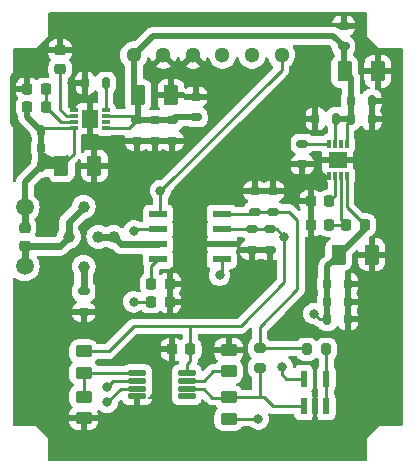
<source format=gbr>
G04 #@! TF.GenerationSoftware,KiCad,Pcbnew,7.0.2*
G04 #@! TF.CreationDate,2023-05-22T10:25:24+09:00*
G04 #@! TF.ProjectId,ATIK_LED_Board_rev01_220517,4154494b-5f4c-4454-945f-426f6172645f,rev?*
G04 #@! TF.SameCoordinates,Original*
G04 #@! TF.FileFunction,Copper,L1,Top*
G04 #@! TF.FilePolarity,Positive*
%FSLAX46Y46*%
G04 Gerber Fmt 4.6, Leading zero omitted, Abs format (unit mm)*
G04 Created by KiCad (PCBNEW 7.0.2) date 2023-05-22 10:25:24*
%MOMM*%
%LPD*%
G01*
G04 APERTURE LIST*
G04 Aperture macros list*
%AMRoundRect*
0 Rectangle with rounded corners*
0 $1 Rounding radius*
0 $2 $3 $4 $5 $6 $7 $8 $9 X,Y pos of 4 corners*
0 Add a 4 corners polygon primitive as box body*
4,1,4,$2,$3,$4,$5,$6,$7,$8,$9,$2,$3,0*
0 Add four circle primitives for the rounded corners*
1,1,$1+$1,$2,$3*
1,1,$1+$1,$4,$5*
1,1,$1+$1,$6,$7*
1,1,$1+$1,$8,$9*
0 Add four rect primitives between the rounded corners*
20,1,$1+$1,$2,$3,$4,$5,0*
20,1,$1+$1,$4,$5,$6,$7,0*
20,1,$1+$1,$6,$7,$8,$9,0*
20,1,$1+$1,$8,$9,$2,$3,0*%
G04 Aperture macros list end*
G04 #@! TA.AperFunction,SMDPad,CuDef*
%ADD10RoundRect,0.167500X0.307500X-0.167500X0.307500X0.167500X-0.307500X0.167500X-0.307500X-0.167500X0*%
G04 #@! TD*
G04 #@! TA.AperFunction,SMDPad,CuDef*
%ADD11RoundRect,0.218750X0.218750X0.256250X-0.218750X0.256250X-0.218750X-0.256250X0.218750X-0.256250X0*%
G04 #@! TD*
G04 #@! TA.AperFunction,SMDPad,CuDef*
%ADD12R,1.550000X0.600000*%
G04 #@! TD*
G04 #@! TA.AperFunction,SMDPad,CuDef*
%ADD13R,1.175000X1.175000*%
G04 #@! TD*
G04 #@! TA.AperFunction,ComponentPad*
%ADD14C,1.500000*%
G04 #@! TD*
G04 #@! TA.AperFunction,SMDPad,CuDef*
%ADD15RoundRect,0.218750X0.256250X-0.218750X0.256250X0.218750X-0.256250X0.218750X-0.256250X-0.218750X0*%
G04 #@! TD*
G04 #@! TA.AperFunction,SMDPad,CuDef*
%ADD16RoundRect,0.167500X-0.307500X0.167500X-0.307500X-0.167500X0.307500X-0.167500X0.307500X0.167500X0*%
G04 #@! TD*
G04 #@! TA.AperFunction,ComponentPad*
%ADD17C,1.300000*%
G04 #@! TD*
G04 #@! TA.AperFunction,SMDPad,CuDef*
%ADD18RoundRect,0.250000X-0.375000X-0.625000X0.375000X-0.625000X0.375000X0.625000X-0.375000X0.625000X0*%
G04 #@! TD*
G04 #@! TA.AperFunction,SMDPad,CuDef*
%ADD19RoundRect,0.167500X0.167500X0.307500X-0.167500X0.307500X-0.167500X-0.307500X0.167500X-0.307500X0*%
G04 #@! TD*
G04 #@! TA.AperFunction,SMDPad,CuDef*
%ADD20RoundRect,0.167500X-0.167500X-0.307500X0.167500X-0.307500X0.167500X0.307500X-0.167500X0.307500X0*%
G04 #@! TD*
G04 #@! TA.AperFunction,SMDPad,CuDef*
%ADD21RoundRect,0.218750X-0.218750X-0.256250X0.218750X-0.256250X0.218750X0.256250X-0.218750X0.256250X0*%
G04 #@! TD*
G04 #@! TA.AperFunction,SMDPad,CuDef*
%ADD22R,0.300000X0.680000*%
G04 #@! TD*
G04 #@! TA.AperFunction,SMDPad,CuDef*
%ADD23R,1.560000X1.450000*%
G04 #@! TD*
G04 #@! TA.AperFunction,SMDPad,CuDef*
%ADD24RoundRect,0.218750X-0.256250X0.218750X-0.256250X-0.218750X0.256250X-0.218750X0.256250X0.218750X0*%
G04 #@! TD*
G04 #@! TA.AperFunction,SMDPad,CuDef*
%ADD25R,0.680000X0.300000*%
G04 #@! TD*
G04 #@! TA.AperFunction,SMDPad,CuDef*
%ADD26R,1.450000X1.560000*%
G04 #@! TD*
G04 #@! TA.AperFunction,SMDPad,CuDef*
%ADD27RoundRect,0.058800X-0.691200X-0.186200X0.691200X-0.186200X0.691200X0.186200X-0.691200X0.186200X0*%
G04 #@! TD*
G04 #@! TA.AperFunction,SMDPad,CuDef*
%ADD28RoundRect,0.058800X0.691200X0.186200X-0.691200X0.186200X-0.691200X-0.186200X0.691200X-0.186200X0*%
G04 #@! TD*
G04 #@! TA.AperFunction,SMDPad,CuDef*
%ADD29RoundRect,0.250000X0.450000X-0.262500X0.450000X0.262500X-0.450000X0.262500X-0.450000X-0.262500X0*%
G04 #@! TD*
G04 #@! TA.AperFunction,SMDPad,CuDef*
%ADD30RoundRect,0.200000X0.275000X-0.200000X0.275000X0.200000X-0.275000X0.200000X-0.275000X-0.200000X0*%
G04 #@! TD*
G04 #@! TA.AperFunction,SMDPad,CuDef*
%ADD31RoundRect,0.059000X-0.236000X-0.626000X0.236000X-0.626000X0.236000X0.626000X-0.236000X0.626000X0*%
G04 #@! TD*
G04 #@! TA.AperFunction,SMDPad,CuDef*
%ADD32RoundRect,0.200000X0.200000X0.275000X-0.200000X0.275000X-0.200000X-0.275000X0.200000X-0.275000X0*%
G04 #@! TD*
G04 #@! TA.AperFunction,SMDPad,CuDef*
%ADD33RoundRect,0.250000X-0.450000X0.262500X-0.450000X-0.262500X0.450000X-0.262500X0.450000X0.262500X0*%
G04 #@! TD*
G04 #@! TA.AperFunction,SMDPad,CuDef*
%ADD34RoundRect,0.225000X0.225000X0.250000X-0.225000X0.250000X-0.225000X-0.250000X0.225000X-0.250000X0*%
G04 #@! TD*
G04 #@! TA.AperFunction,ComponentPad*
%ADD35C,1.000000*%
G04 #@! TD*
G04 #@! TA.AperFunction,ViaPad*
%ADD36C,0.800000*%
G04 #@! TD*
G04 #@! TA.AperFunction,Conductor*
%ADD37C,0.250000*%
G04 #@! TD*
G04 #@! TA.AperFunction,Conductor*
%ADD38C,0.500000*%
G04 #@! TD*
G04 #@! TA.AperFunction,Conductor*
%ADD39C,0.600000*%
G04 #@! TD*
G04 APERTURE END LIST*
D10*
X123000000Y-117875000D03*
X123000000Y-116125000D03*
X121500000Y-117875000D03*
X121500000Y-116125000D03*
D11*
X114287500Y-125500000D03*
X112712500Y-125500000D03*
X114287500Y-124000000D03*
X112712500Y-124000000D03*
D12*
X113300000Y-118095000D03*
X113300000Y-119365000D03*
X113300000Y-120635000D03*
X113300000Y-121905000D03*
X118700000Y-121905000D03*
X118700000Y-120635000D03*
X118700000Y-119365000D03*
X118700000Y-118095000D03*
D13*
X115412500Y-119412500D03*
X115412500Y-120587500D03*
X116587500Y-119412500D03*
X116587500Y-120587500D03*
D14*
X102000000Y-122500000D03*
D15*
X102000000Y-120787500D03*
X102000000Y-119212500D03*
D14*
X102000000Y-117500000D03*
D16*
X121250000Y-119375000D03*
X121250000Y-121125000D03*
X122750000Y-119375000D03*
X122750000Y-121125000D03*
D10*
X107000000Y-126375000D03*
X107000000Y-124625000D03*
D17*
X111250000Y-104600000D03*
X113750000Y-104600000D03*
X116250000Y-104600000D03*
X118750000Y-104600000D03*
X121250000Y-104600000D03*
X123750000Y-104600000D03*
D18*
X111600000Y-108000000D03*
X114400000Y-108000000D03*
D16*
X113000000Y-110125000D03*
X113000000Y-111875000D03*
X111500000Y-110125000D03*
X111500000Y-111875000D03*
D19*
X103375000Y-111000000D03*
X101625000Y-111000000D03*
X103375000Y-112500000D03*
X101625000Y-112500000D03*
X103375000Y-114000000D03*
X101625000Y-114000000D03*
D18*
X129100000Y-106000000D03*
X131900000Y-106000000D03*
D19*
X128375000Y-110000000D03*
X126625000Y-110000000D03*
D18*
X128600000Y-121500000D03*
X131400000Y-121500000D03*
D20*
X127625000Y-124000000D03*
X129375000Y-124000000D03*
X127625000Y-125500000D03*
X129375000Y-125500000D03*
D16*
X125500000Y-112125000D03*
X125500000Y-113875000D03*
D21*
X126212500Y-117000000D03*
X127787500Y-117000000D03*
D22*
X129280000Y-112140000D03*
X128780000Y-112140000D03*
X128280000Y-112140000D03*
X127780000Y-112140000D03*
X127780000Y-114860000D03*
X128280000Y-114860000D03*
X128780000Y-114860000D03*
X129280000Y-114860000D03*
D23*
X128500000Y-113500000D03*
D16*
X116500000Y-108125000D03*
X116500000Y-109875000D03*
X129000000Y-102125000D03*
X129000000Y-103875000D03*
X114500000Y-110125000D03*
X114500000Y-111875000D03*
D20*
X129625000Y-108500000D03*
X131375000Y-108500000D03*
X127625000Y-127000000D03*
X129375000Y-127000000D03*
D21*
X126212500Y-119000000D03*
X127787500Y-119000000D03*
X129212500Y-119000000D03*
X130787500Y-119000000D03*
D20*
X129625000Y-110000000D03*
X131375000Y-110000000D03*
D24*
X105000000Y-104212500D03*
X105000000Y-105787500D03*
D11*
X103787500Y-109000000D03*
X102212500Y-109000000D03*
D25*
X108860000Y-110780000D03*
X108860000Y-110280000D03*
X108860000Y-109780000D03*
X108860000Y-109280000D03*
X106140000Y-109280000D03*
X106140000Y-109780000D03*
X106140000Y-110280000D03*
X106140000Y-110780000D03*
D26*
X107500000Y-110000000D03*
D21*
X102212500Y-107500000D03*
X103787500Y-107500000D03*
D18*
X105100000Y-114000000D03*
X107900000Y-114000000D03*
D19*
X108875000Y-107000000D03*
X107125000Y-107000000D03*
D27*
X111512500Y-131560000D03*
X111512500Y-132210000D03*
X111512500Y-132860000D03*
X111512500Y-133510000D03*
D28*
X115722500Y-133510000D03*
X115722500Y-132860000D03*
X115722500Y-132210000D03*
X115722500Y-131560000D03*
D29*
X119280000Y-135422500D03*
X119280000Y-133597500D03*
D30*
X121920000Y-131095000D03*
X121920000Y-129445000D03*
D31*
X125630000Y-134355000D03*
X126580000Y-134355000D03*
X127530000Y-134355000D03*
X127530000Y-132005000D03*
X125630000Y-132005000D03*
D32*
X127535000Y-129520000D03*
X125885000Y-129520000D03*
D33*
X106995000Y-133522500D03*
X106995000Y-135347500D03*
D34*
X116022500Y-129535000D03*
X114472500Y-129535000D03*
D33*
X119280000Y-129577500D03*
X119280000Y-131402500D03*
X106995000Y-129710000D03*
X106995000Y-131535000D03*
D35*
X109540000Y-120000000D03*
X107000000Y-117460000D03*
X107000000Y-122540000D03*
X108250000Y-120000000D03*
X105750000Y-120000000D03*
D36*
X114640000Y-135980000D03*
X102500000Y-135000000D03*
X105000000Y-132500000D03*
X102500000Y-130000000D03*
X105000000Y-127500000D03*
X132500000Y-135000000D03*
X130000000Y-137500000D03*
X126220000Y-137450000D03*
X130000000Y-132500000D03*
X102500000Y-125000000D03*
X110000000Y-116000000D03*
X116000000Y-125000000D03*
X117500000Y-115000000D03*
X109500000Y-105000000D03*
X120250000Y-107000000D03*
X125750000Y-105000000D03*
X125000000Y-107500000D03*
X127500000Y-107500000D03*
X132500000Y-115000000D03*
X132500000Y-117500000D03*
X132500000Y-130000000D03*
X110000000Y-102500000D03*
X110000000Y-108250000D03*
X126250000Y-124500000D03*
X126250000Y-120500000D03*
X126250000Y-115250000D03*
X125250000Y-110000000D03*
X132750000Y-110000000D03*
X132750000Y-108500000D03*
X133500000Y-106000000D03*
X133000000Y-121500000D03*
X130750000Y-124000000D03*
X130750000Y-125500000D03*
X130750000Y-127000000D03*
X109500000Y-114000000D03*
X111500000Y-113250000D03*
X113000000Y-113250000D03*
X114500000Y-113250000D03*
X106000000Y-107000000D03*
X105000000Y-102750000D03*
X102250000Y-106000000D03*
X122500000Y-110000000D03*
X118470000Y-125970000D03*
X110460000Y-136030000D03*
X117560000Y-129570000D03*
X111650000Y-129550000D03*
X123860000Y-127530000D03*
X122310000Y-123970000D03*
X119100000Y-113200000D03*
X113500000Y-116100000D03*
X118500000Y-123250000D03*
X108972500Y-134010000D03*
X108972500Y-132710000D03*
X111250000Y-119500000D03*
X111250000Y-125500000D03*
X124000000Y-120000000D03*
X126500000Y-126500000D03*
X123810000Y-131010000D03*
X121780000Y-135430000D03*
D37*
X106250000Y-107000000D02*
X107125000Y-107000000D01*
X116434315Y-126000000D02*
X116000000Y-125565685D01*
D38*
X101500000Y-106000000D02*
X102250000Y-106000000D01*
D37*
X127780000Y-114860000D02*
X125610000Y-114860000D01*
X125610000Y-114860000D02*
X125500000Y-114750000D01*
D38*
X101000000Y-110375000D02*
X101000000Y-106500000D01*
X101000000Y-106500000D02*
X101500000Y-106000000D01*
D37*
X106140000Y-109280000D02*
X106140000Y-107110000D01*
X125500000Y-114750000D02*
X125500000Y-113875000D01*
D38*
X101625000Y-111000000D02*
X101000000Y-110375000D01*
D37*
X106140000Y-107110000D02*
X106250000Y-107000000D01*
X116000000Y-125565685D02*
X116000000Y-125000000D01*
X121920000Y-129445000D02*
X125810000Y-129445000D01*
X125100000Y-118600000D02*
X125100000Y-124460000D01*
X125100000Y-124460000D02*
X121920000Y-127640000D01*
X118700000Y-118095000D02*
X121280000Y-118095000D01*
X123000000Y-117875000D02*
X121500000Y-117875000D01*
X125810000Y-129445000D02*
X125885000Y-129520000D01*
X121280000Y-118095000D02*
X121500000Y-117875000D01*
X124375000Y-117875000D02*
X125100000Y-118600000D01*
X121920000Y-127640000D02*
X121920000Y-129445000D01*
X123000000Y-117875000D02*
X124375000Y-117875000D01*
D38*
X128125000Y-103000000D02*
X129000000Y-103875000D01*
X111600000Y-108000000D02*
X111600000Y-110025000D01*
X114750000Y-109875000D02*
X114500000Y-110125000D01*
X129625000Y-106525000D02*
X129100000Y-106000000D01*
X111600000Y-110025000D02*
X111500000Y-110125000D01*
D37*
X128280000Y-110095000D02*
X128375000Y-110000000D01*
X128280000Y-112140000D02*
X128280000Y-110095000D01*
X108860000Y-110780000D02*
X110845000Y-110780000D01*
D38*
X113000000Y-110125000D02*
X114500000Y-110125000D01*
X111250000Y-104600000D02*
X112850000Y-103000000D01*
X128375000Y-110000000D02*
X129625000Y-110000000D01*
X129000000Y-105900000D02*
X129100000Y-106000000D01*
X112850000Y-103000000D02*
X128125000Y-103000000D01*
D37*
X110845000Y-110780000D02*
X111500000Y-110125000D01*
D38*
X129000000Y-103875000D02*
X129000000Y-105900000D01*
X111250000Y-107650000D02*
X111600000Y-108000000D01*
X129625000Y-110000000D02*
X129625000Y-108500000D01*
X111500000Y-110125000D02*
X113000000Y-110125000D01*
D37*
X111155000Y-109780000D02*
X111500000Y-110125000D01*
X108860000Y-109780000D02*
X111155000Y-109780000D01*
D38*
X116500000Y-109875000D02*
X114750000Y-109875000D01*
D37*
X129280000Y-110345000D02*
X129625000Y-110000000D01*
D38*
X111250000Y-104600000D02*
X111250000Y-107650000D01*
X129625000Y-108500000D02*
X129625000Y-106525000D01*
D37*
X129280000Y-112140000D02*
X129280000Y-110345000D01*
X103595000Y-110780000D02*
X103375000Y-111000000D01*
D38*
X103375000Y-114000000D02*
X103375000Y-112500000D01*
D37*
X106140000Y-110780000D02*
X106140000Y-112960000D01*
X106140000Y-112960000D02*
X105100000Y-114000000D01*
D38*
X102212500Y-109837500D02*
X103375000Y-111000000D01*
X102212500Y-109000000D02*
X102212500Y-109837500D01*
X105100000Y-114000000D02*
X103375000Y-114000000D01*
D39*
X102000000Y-117500000D02*
X102000000Y-119212500D01*
D38*
X102000000Y-115375000D02*
X103375000Y-114000000D01*
D37*
X106140000Y-110780000D02*
X103595000Y-110780000D01*
D38*
X102000000Y-117500000D02*
X102000000Y-115375000D01*
X103375000Y-112500000D02*
X103375000Y-111000000D01*
D39*
X110175000Y-120635000D02*
X109540000Y-120000000D01*
X113300000Y-120635000D02*
X110175000Y-120635000D01*
X108250000Y-120000000D02*
X109540000Y-120000000D01*
D37*
X123750000Y-105850000D02*
X123750000Y-104600000D01*
X118700000Y-123050000D02*
X118500000Y-123250000D01*
X113500000Y-116100000D02*
X123750000Y-105850000D01*
X113500000Y-116100000D02*
X113500000Y-117895000D01*
X118700000Y-121905000D02*
X118700000Y-123050000D01*
X113500000Y-117895000D02*
X113300000Y-118095000D01*
D39*
X107000000Y-122540000D02*
X107000000Y-124625000D01*
D37*
X108860000Y-109280000D02*
X108860000Y-107015000D01*
X108860000Y-107015000D02*
X108875000Y-107000000D01*
X127780000Y-112140000D02*
X125515000Y-112140000D01*
X125515000Y-112140000D02*
X125500000Y-112125000D01*
D39*
X102000000Y-120787500D02*
X104962500Y-120787500D01*
X104962500Y-120787500D02*
X105750000Y-120000000D01*
X105750000Y-120000000D02*
X105750000Y-118710000D01*
X105750000Y-118710000D02*
X107000000Y-117460000D01*
X102000000Y-120787500D02*
X102000000Y-122500000D01*
D37*
X110122500Y-132860000D02*
X108972500Y-134010000D01*
X110122500Y-132860000D02*
X111512500Y-132860000D01*
X109472500Y-132210000D02*
X108972500Y-132710000D01*
X109472500Y-132210000D02*
X111512500Y-132210000D01*
X111385000Y-119365000D02*
X111250000Y-119500000D01*
X113300000Y-119365000D02*
X111385000Y-119365000D01*
X111250000Y-125500000D02*
X112712500Y-125500000D01*
X112712500Y-122492500D02*
X113300000Y-121905000D01*
X112712500Y-124000000D02*
X112712500Y-122492500D01*
X105550000Y-109780000D02*
X105000000Y-109230000D01*
X105000000Y-106325000D02*
X105000000Y-105787500D01*
X105000000Y-109230000D02*
X105000000Y-106325000D01*
X106140000Y-109780000D02*
X105550000Y-109780000D01*
X105067500Y-110280000D02*
X103787500Y-109000000D01*
X103787500Y-107500000D02*
X103787500Y-109000000D01*
X106140000Y-110280000D02*
X105067500Y-110280000D01*
X128280000Y-114860000D02*
X128280000Y-116507500D01*
X128280000Y-116507500D02*
X127787500Y-117000000D01*
X128780000Y-114860000D02*
X128780000Y-118567500D01*
X128780000Y-118567500D02*
X129212500Y-119000000D01*
X129212500Y-119000000D02*
X127787500Y-119000000D01*
X111487500Y-131535000D02*
X111512500Y-131560000D01*
X106995000Y-131535000D02*
X111487500Y-131535000D01*
X106995000Y-131535000D02*
X106995000Y-133522500D01*
X115722500Y-130807500D02*
X115722500Y-131560000D01*
X127625000Y-127000000D02*
X127000000Y-127000000D01*
X121250000Y-119375000D02*
X118710000Y-119375000D01*
D38*
X127625000Y-125500000D02*
X127625000Y-124000000D01*
D37*
X116030000Y-127570000D02*
X120290000Y-127570000D01*
D38*
X130787500Y-119312500D02*
X128600000Y-121500000D01*
D37*
X123810000Y-131010000D02*
X123810000Y-131650000D01*
X116022500Y-129535000D02*
X116022500Y-127577500D01*
X116022500Y-127577500D02*
X116030000Y-127570000D01*
X111250000Y-127570000D02*
X116030000Y-127570000D01*
X121772500Y-135422500D02*
X121780000Y-135430000D01*
X109110000Y-129710000D02*
X111250000Y-127570000D01*
X127000000Y-127000000D02*
X126500000Y-126500000D01*
X129280000Y-117492500D02*
X130787500Y-119000000D01*
X106995000Y-129710000D02*
X109110000Y-129710000D01*
X123810000Y-131650000D02*
X124165000Y-132005000D01*
X124000000Y-123860000D02*
X120290000Y-127570000D01*
D38*
X127625000Y-122475000D02*
X128600000Y-121500000D01*
D37*
X123375000Y-119375000D02*
X124000000Y-120000000D01*
X129280000Y-114860000D02*
X129280000Y-117492500D01*
X124165000Y-132005000D02*
X125630000Y-132005000D01*
D38*
X130787500Y-119000000D02*
X130787500Y-119312500D01*
X127625000Y-127000000D02*
X127625000Y-125500000D01*
D37*
X122750000Y-119375000D02*
X123375000Y-119375000D01*
X124000000Y-120000000D02*
X124000000Y-123860000D01*
D38*
X127625000Y-124000000D02*
X127625000Y-122475000D01*
D37*
X116022500Y-129535000D02*
X116022500Y-130507500D01*
X116022500Y-130507500D02*
X115722500Y-130807500D01*
X118710000Y-119375000D02*
X118700000Y-119365000D01*
X122750000Y-119375000D02*
X121250000Y-119375000D01*
X119280000Y-135422500D02*
X121772500Y-135422500D01*
X117967500Y-131402500D02*
X117160000Y-132210000D01*
X119280000Y-131402500D02*
X117967500Y-131402500D01*
X117160000Y-132210000D02*
X115722500Y-132210000D01*
X127530000Y-129525000D02*
X127535000Y-129520000D01*
X127530000Y-132005000D02*
X127530000Y-134355000D01*
X127530000Y-132005000D02*
X127530000Y-129525000D01*
X121920000Y-131095000D02*
X121920000Y-133587500D01*
X119280000Y-133597500D02*
X119267500Y-133610000D01*
X117150000Y-132860000D02*
X115722500Y-132860000D01*
X119267500Y-133610000D02*
X117900000Y-133610000D01*
X119280000Y-133597500D02*
X121930000Y-133597500D01*
X121920000Y-133587500D02*
X121930000Y-133597500D01*
X122247500Y-133597500D02*
X123005000Y-134355000D01*
X121930000Y-133597500D02*
X122247500Y-133597500D01*
X123005000Y-134355000D02*
X125630000Y-134355000D01*
X117900000Y-133610000D02*
X117150000Y-132860000D01*
G04 #@! TA.AperFunction,Conductor*
G36*
X103808512Y-112918276D02*
G01*
X103833248Y-112947365D01*
X103834677Y-112949682D01*
X103880164Y-113004192D01*
X103988825Y-113101940D01*
X104120617Y-113165112D01*
X104120622Y-113165113D01*
X104120623Y-113165114D01*
X104188360Y-113186378D01*
X104188370Y-113186381D01*
X104332629Y-113209863D01*
X104389761Y-113202727D01*
X104394788Y-113202748D01*
X104402563Y-113201329D01*
X104409558Y-113200254D01*
X104477660Y-113191750D01*
X104513235Y-113182017D01*
X104524255Y-113179528D01*
X104549802Y-113174954D01*
X104665614Y-113136577D01*
X104692459Y-113130833D01*
X104694271Y-113130648D01*
X104707036Y-113130000D01*
X105377132Y-113130000D01*
X105380501Y-113130000D01*
X105489649Y-113118266D01*
X105541991Y-113106880D01*
X105562367Y-113100097D01*
X105633318Y-113097562D01*
X105694377Y-113133788D01*
X105726157Y-113197274D01*
X105718570Y-113267864D01*
X105691255Y-113308744D01*
X105236903Y-113763096D01*
X105174593Y-113797120D01*
X105147810Y-113800000D01*
X103726000Y-113800000D01*
X103657879Y-113779998D01*
X103611386Y-113726342D01*
X103600000Y-113674000D01*
X103600000Y-113013500D01*
X103620002Y-112945379D01*
X103673658Y-112898886D01*
X103743932Y-112888782D01*
X103808512Y-112918276D01*
G37*
G04 #@! TD.AperFunction*
G04 #@! TA.AperFunction,Conductor*
G36*
X121204533Y-127655537D02*
G01*
X121261368Y-127698084D01*
X121286179Y-127764604D01*
X121286500Y-127773593D01*
X121286499Y-128562757D01*
X121266497Y-128630878D01*
X121225687Y-128670583D01*
X121204844Y-128683183D01*
X121083185Y-128804842D01*
X120994173Y-128952087D01*
X120942986Y-129116351D01*
X120936758Y-129184885D01*
X120936757Y-129184906D01*
X120936500Y-129187735D01*
X120936500Y-129190595D01*
X120936500Y-129190596D01*
X120936500Y-129699400D01*
X120936500Y-129699421D01*
X120936501Y-129702264D01*
X120936759Y-129705113D01*
X120936760Y-129705116D01*
X120942986Y-129773647D01*
X120942987Y-129773649D01*
X120994173Y-129937913D01*
X121045637Y-130023044D01*
X121083185Y-130085157D01*
X121178933Y-130180905D01*
X121212959Y-130243217D01*
X121207894Y-130314032D01*
X121178933Y-130359095D01*
X121083185Y-130454842D01*
X120994173Y-130602087D01*
X120942986Y-130766351D01*
X120936758Y-130834885D01*
X120936757Y-130834906D01*
X120936500Y-130837735D01*
X120936500Y-130840595D01*
X120936500Y-130840596D01*
X120936500Y-131349400D01*
X120936500Y-131349421D01*
X120936501Y-131352264D01*
X120936759Y-131355113D01*
X120936760Y-131355116D01*
X120942986Y-131423647D01*
X120942987Y-131423649D01*
X120994173Y-131587913D01*
X120994174Y-131587914D01*
X121083185Y-131735157D01*
X121204843Y-131856815D01*
X121225683Y-131869413D01*
X121273632Y-131921771D01*
X121286500Y-131977242D01*
X121286500Y-132838000D01*
X121266498Y-132906121D01*
X121212842Y-132952614D01*
X121160500Y-132964000D01*
X120462670Y-132964000D01*
X120394549Y-132943998D01*
X120355430Y-132904148D01*
X120329028Y-132861345D01*
X120203655Y-132735972D01*
X120203652Y-132735970D01*
X120052738Y-132642885D01*
X120052736Y-132642884D01*
X120052734Y-132642883D01*
X119982479Y-132619603D01*
X119924107Y-132579189D01*
X119896852Y-132513633D01*
X119909365Y-132443748D01*
X119957675Y-132391722D01*
X119982469Y-132380399D01*
X120052738Y-132357115D01*
X120203652Y-132264030D01*
X120329030Y-132138652D01*
X120422115Y-131987738D01*
X120477887Y-131819426D01*
X120488500Y-131715545D01*
X120488499Y-131089456D01*
X120477887Y-130985574D01*
X120422115Y-130817262D01*
X120329030Y-130666348D01*
X120292037Y-130629355D01*
X120241423Y-130578740D01*
X120207398Y-130516428D01*
X120212464Y-130445612D01*
X120241424Y-130400549D01*
X120328634Y-130313339D01*
X120421659Y-130162522D01*
X120477393Y-129994327D01*
X120487674Y-129893692D01*
X120488000Y-129887302D01*
X120488000Y-129831500D01*
X118072000Y-129831500D01*
X118072000Y-129887302D01*
X118072325Y-129893692D01*
X118082606Y-129994327D01*
X118138340Y-130162522D01*
X118231365Y-130313339D01*
X118318576Y-130400549D01*
X118352601Y-130462861D01*
X118347537Y-130533677D01*
X118318577Y-130578740D01*
X118230969Y-130666348D01*
X118204570Y-130709148D01*
X118151784Y-130756625D01*
X118097330Y-130769000D01*
X118051349Y-130769000D01*
X118030564Y-130766705D01*
X117959533Y-130768938D01*
X117955575Y-130769000D01*
X117927644Y-130769000D01*
X117923732Y-130769493D01*
X117923699Y-130769496D01*
X117923601Y-130769509D01*
X117911800Y-130770437D01*
X117867610Y-130771826D01*
X117848157Y-130777478D01*
X117828803Y-130781486D01*
X117808701Y-130784026D01*
X117767584Y-130800304D01*
X117756359Y-130804147D01*
X117713908Y-130816480D01*
X117696467Y-130826795D01*
X117678719Y-130835489D01*
X117659883Y-130842947D01*
X117624114Y-130868934D01*
X117614197Y-130875448D01*
X117576137Y-130897957D01*
X117561805Y-130912288D01*
X117546781Y-130925119D01*
X117530396Y-130937024D01*
X117502211Y-130971093D01*
X117494223Y-130979870D01*
X117179871Y-131294222D01*
X117117559Y-131328248D01*
X117046744Y-131323183D01*
X116989908Y-131280636D01*
X116973629Y-131240664D01*
X116972746Y-131241031D01*
X116964844Y-131221955D01*
X116909235Y-131087702D01*
X116909234Y-131087701D01*
X116909234Y-131087700D01*
X116818303Y-130969196D01*
X116699799Y-130878265D01*
X116693751Y-130875760D01*
X116638470Y-130831212D01*
X116616049Y-130763848D01*
X116619928Y-130728018D01*
X116621234Y-130722929D01*
X116627637Y-130704232D01*
X116635681Y-130685644D01*
X116642596Y-130641982D01*
X116645004Y-130630352D01*
X116647021Y-130622500D01*
X116656000Y-130587530D01*
X116655999Y-130567274D01*
X116657549Y-130547566D01*
X116660720Y-130527557D01*
X116656559Y-130483536D01*
X116656000Y-130471679D01*
X116656000Y-130465164D01*
X116676002Y-130397043D01*
X116696930Y-130376504D01*
X116695126Y-130374700D01*
X116826782Y-130243043D01*
X116826781Y-130243042D01*
X116826785Y-130243040D01*
X116916802Y-130097101D01*
X116970736Y-129934336D01*
X116981000Y-129833872D01*
X116981000Y-129323500D01*
X118072000Y-129323500D01*
X119026000Y-129323500D01*
X119026000Y-128557000D01*
X119534000Y-128557000D01*
X119534000Y-129323500D01*
X120488000Y-129323500D01*
X120488000Y-129267697D01*
X120487674Y-129261307D01*
X120477393Y-129160672D01*
X120421659Y-128992477D01*
X120328632Y-128841657D01*
X120203342Y-128716367D01*
X120052522Y-128623340D01*
X119884327Y-128567606D01*
X119783692Y-128557325D01*
X119777303Y-128557000D01*
X119534000Y-128557000D01*
X119026000Y-128557000D01*
X118782697Y-128557000D01*
X118776307Y-128557325D01*
X118675672Y-128567606D01*
X118507477Y-128623340D01*
X118356657Y-128716367D01*
X118231367Y-128841657D01*
X118138340Y-128992477D01*
X118082606Y-129160672D01*
X118072325Y-129261307D01*
X118072000Y-129267697D01*
X118072000Y-129323500D01*
X116981000Y-129323500D01*
X116981000Y-129236128D01*
X116970736Y-129135664D01*
X116916802Y-128972899D01*
X116826785Y-128826960D01*
X116826783Y-128826958D01*
X116826782Y-128826956D01*
X116695127Y-128695301D01*
X116698094Y-128692333D01*
X116668367Y-128659273D01*
X116656000Y-128604835D01*
X116656000Y-128329500D01*
X116676002Y-128261379D01*
X116729658Y-128214886D01*
X116782000Y-128203500D01*
X120206147Y-128203500D01*
X120226935Y-128205795D01*
X120229907Y-128205701D01*
X120229909Y-128205702D01*
X120297985Y-128203562D01*
X120301945Y-128203500D01*
X120325894Y-128203500D01*
X120329856Y-128203500D01*
X120333856Y-128202994D01*
X120345699Y-128202061D01*
X120389889Y-128200673D01*
X120409338Y-128195021D01*
X120428698Y-128191012D01*
X120448797Y-128188474D01*
X120489915Y-128172193D01*
X120501117Y-128168357D01*
X120543593Y-128156018D01*
X120561039Y-128145699D01*
X120578780Y-128137009D01*
X120597617Y-128129552D01*
X120633392Y-128103558D01*
X120643303Y-128097048D01*
X120681362Y-128074542D01*
X120695691Y-128060212D01*
X120710719Y-128047377D01*
X120727107Y-128035472D01*
X120755303Y-128001386D01*
X120763262Y-127992640D01*
X121071407Y-127684495D01*
X121133717Y-127650472D01*
X121204533Y-127655537D01*
G37*
G04 #@! TD.AperFunction*
G04 #@! TA.AperFunction,Conductor*
G36*
X130942121Y-101020002D02*
G01*
X130988614Y-101073658D01*
X131000000Y-101126000D01*
X130999999Y-102999999D01*
X131000000Y-103000001D01*
X131999998Y-103999999D01*
X132000000Y-104000000D01*
X133874000Y-104000000D01*
X133942121Y-104020002D01*
X133988614Y-104073658D01*
X134000000Y-104126000D01*
X134000000Y-135874000D01*
X133979998Y-135942121D01*
X133926342Y-135988614D01*
X133874000Y-136000000D01*
X131999998Y-136000000D01*
X131000000Y-136999998D01*
X130999999Y-137000000D01*
X131000000Y-138874000D01*
X130979998Y-138942121D01*
X130926342Y-138988614D01*
X130874000Y-139000000D01*
X104126000Y-139000000D01*
X104057879Y-138979998D01*
X104011386Y-138926342D01*
X104000000Y-138874000D01*
X104000000Y-137000000D01*
X103999999Y-136999998D01*
X103000001Y-136000000D01*
X103000000Y-136000000D01*
X101126000Y-136000000D01*
X101057879Y-135979998D01*
X101011386Y-135926342D01*
X101000000Y-135874000D01*
X101000000Y-135601500D01*
X105787000Y-135601500D01*
X105787000Y-135657302D01*
X105787325Y-135663692D01*
X105797606Y-135764327D01*
X105853340Y-135932522D01*
X105946367Y-136083342D01*
X106071657Y-136208632D01*
X106222477Y-136301659D01*
X106390672Y-136357393D01*
X106491307Y-136367674D01*
X106497697Y-136368000D01*
X106741000Y-136368000D01*
X106741000Y-135601500D01*
X107249000Y-135601500D01*
X107249000Y-136368000D01*
X107492303Y-136368000D01*
X107498692Y-136367674D01*
X107599327Y-136357393D01*
X107767522Y-136301659D01*
X107918342Y-136208632D01*
X108043632Y-136083342D01*
X108136659Y-135932522D01*
X108192393Y-135764327D01*
X108202674Y-135663692D01*
X108203000Y-135657302D01*
X108203000Y-135601500D01*
X107249000Y-135601500D01*
X106741000Y-135601500D01*
X105787000Y-135601500D01*
X101000000Y-135601500D01*
X101000000Y-133832357D01*
X105786500Y-133832357D01*
X105786501Y-133835544D01*
X105786825Y-133838721D01*
X105786826Y-133838729D01*
X105797112Y-133939426D01*
X105797113Y-133939426D01*
X105852885Y-134107738D01*
X105939653Y-134248411D01*
X105945972Y-134258655D01*
X106033576Y-134346259D01*
X106067602Y-134408571D01*
X106062537Y-134479386D01*
X106033576Y-134524449D01*
X105946367Y-134611657D01*
X105853340Y-134762477D01*
X105797606Y-134930672D01*
X105787325Y-135031307D01*
X105787000Y-135037697D01*
X105787000Y-135093500D01*
X108203000Y-135093500D01*
X108203000Y-135037697D01*
X108202674Y-135031307D01*
X108192393Y-134930672D01*
X108156441Y-134822177D01*
X108154000Y-134751223D01*
X108190308Y-134690212D01*
X108253837Y-134658517D01*
X108324416Y-134666199D01*
X108348807Y-134683456D01*
X108350533Y-134681082D01*
X108396062Y-134714160D01*
X108515748Y-134801118D01*
X108690212Y-134878794D01*
X108877013Y-134918500D01*
X108877015Y-134918500D01*
X109067985Y-134918500D01*
X109067987Y-134918500D01*
X109254788Y-134878794D01*
X109429252Y-134801118D01*
X109583753Y-134688866D01*
X109711540Y-134546944D01*
X109807027Y-134381556D01*
X109866042Y-134199928D01*
X109883407Y-134034701D01*
X109910419Y-133969049D01*
X109919603Y-133958799D01*
X110066965Y-133811438D01*
X110129274Y-133777415D01*
X110200090Y-133782480D01*
X110256925Y-133825027D01*
X110272466Y-133852318D01*
X110326200Y-133982044D01*
X110417053Y-134100446D01*
X110535455Y-134191299D01*
X110673335Y-134248411D01*
X110780061Y-134262461D01*
X110788270Y-134262999D01*
X111267500Y-134262999D01*
X111267500Y-133739499D01*
X111287502Y-133671378D01*
X111341158Y-133624885D01*
X111393497Y-133613499D01*
X111631501Y-133613499D01*
X111699621Y-133633501D01*
X111746114Y-133687157D01*
X111757500Y-133739499D01*
X111757500Y-134262999D01*
X112236727Y-134262999D01*
X112244939Y-134262460D01*
X112351663Y-134248411D01*
X112489544Y-134191299D01*
X112607946Y-134100446D01*
X112698799Y-133982044D01*
X112755911Y-133844164D01*
X112767650Y-133755000D01*
X112583050Y-133755000D01*
X112514929Y-133734998D01*
X112468436Y-133681342D01*
X112458332Y-133611068D01*
X112487826Y-133546488D01*
X112506346Y-133529038D01*
X112608303Y-133450803D01*
X112709334Y-133319138D01*
X112712183Y-133321324D01*
X112739448Y-133287496D01*
X112751411Y-133283515D01*
X112767649Y-133264999D01*
X112759534Y-133203361D01*
X112759533Y-133170474D01*
X112771000Y-133083381D01*
X112770999Y-132636620D01*
X112759786Y-132551442D01*
X112759785Y-132518555D01*
X112771000Y-132433381D01*
X112770999Y-131986620D01*
X112759786Y-131901442D01*
X112759785Y-131868555D01*
X112771000Y-131783381D01*
X112770999Y-131336620D01*
X112756398Y-131225705D01*
X112699235Y-131087702D01*
X112699234Y-131087701D01*
X112699234Y-131087700D01*
X112608303Y-130969196D01*
X112489799Y-130878265D01*
X112351794Y-130821101D01*
X112244968Y-130807038D01*
X112244967Y-130807037D01*
X112240881Y-130806500D01*
X112236759Y-130806500D01*
X110788243Y-130806500D01*
X110788227Y-130806500D01*
X110784120Y-130806501D01*
X110780036Y-130807038D01*
X110780030Y-130807039D01*
X110673206Y-130821101D01*
X110519876Y-130884613D01*
X110519228Y-130883049D01*
X110472636Y-130901063D01*
X110462150Y-130901500D01*
X108177670Y-130901500D01*
X108109549Y-130881498D01*
X108070430Y-130841648D01*
X108044030Y-130798848D01*
X108001807Y-130756625D01*
X107956775Y-130711593D01*
X107922752Y-130649284D01*
X107927816Y-130578468D01*
X107956775Y-130533406D01*
X108044030Y-130446152D01*
X108059753Y-130420662D01*
X108070430Y-130403352D01*
X108123216Y-130355875D01*
X108177670Y-130343500D01*
X109026147Y-130343500D01*
X109046935Y-130345795D01*
X109049907Y-130345701D01*
X109049909Y-130345702D01*
X109117985Y-130343562D01*
X109121945Y-130343500D01*
X109145894Y-130343500D01*
X109149856Y-130343500D01*
X109153856Y-130342994D01*
X109165699Y-130342061D01*
X109209889Y-130340673D01*
X109229338Y-130335021D01*
X109248698Y-130331012D01*
X109268797Y-130328474D01*
X109309915Y-130312193D01*
X109321117Y-130308357D01*
X109363593Y-130296018D01*
X109381039Y-130285699D01*
X109398780Y-130277009D01*
X109417617Y-130269552D01*
X109453392Y-130243558D01*
X109463303Y-130237048D01*
X109501362Y-130214542D01*
X109515691Y-130200212D01*
X109530719Y-130187377D01*
X109547107Y-130175472D01*
X109575298Y-130141393D01*
X109583268Y-130132634D01*
X109926902Y-129789000D01*
X113514500Y-129789000D01*
X113514500Y-129830638D01*
X113514825Y-129837028D01*
X113524756Y-129934238D01*
X113578652Y-130096885D01*
X113668611Y-130242731D01*
X113789768Y-130363888D01*
X113935614Y-130453847D01*
X114098261Y-130507743D01*
X114195471Y-130517674D01*
X114201861Y-130518000D01*
X114218500Y-130518000D01*
X114218500Y-129789000D01*
X113514500Y-129789000D01*
X109926902Y-129789000D01*
X110434903Y-129281000D01*
X113514500Y-129281000D01*
X114218500Y-129281000D01*
X114218500Y-128552000D01*
X114201861Y-128552000D01*
X114195471Y-128552325D01*
X114098261Y-128562256D01*
X113935614Y-128616152D01*
X113789768Y-128706111D01*
X113668611Y-128827268D01*
X113578652Y-128973114D01*
X113524756Y-129135761D01*
X113514825Y-129232971D01*
X113514500Y-129239361D01*
X113514500Y-129281000D01*
X110434903Y-129281000D01*
X111475500Y-128240404D01*
X111537813Y-128206379D01*
X111564596Y-128203500D01*
X115263000Y-128203500D01*
X115331121Y-128223502D01*
X115377614Y-128277158D01*
X115389000Y-128329500D01*
X115389000Y-128604835D01*
X115368998Y-128672956D01*
X115348066Y-128693506D01*
X115349867Y-128695308D01*
X115336235Y-128708938D01*
X115273920Y-128742958D01*
X115203105Y-128737888D01*
X115158051Y-128708931D01*
X115155229Y-128706109D01*
X115009387Y-128616153D01*
X114846738Y-128562256D01*
X114749528Y-128552325D01*
X114743139Y-128552000D01*
X114726500Y-128552000D01*
X114726500Y-130518000D01*
X114743139Y-130518000D01*
X114749528Y-130517674D01*
X114846738Y-130507743D01*
X114947747Y-130474272D01*
X115018701Y-130471831D01*
X115079712Y-130508139D01*
X115111407Y-130571668D01*
X115106923Y-130612862D01*
X115111808Y-130613636D01*
X115102401Y-130673024D01*
X115099994Y-130684646D01*
X115092492Y-130713864D01*
X115056178Y-130774870D01*
X114992645Y-130806559D01*
X114986897Y-130807451D01*
X114883206Y-130821101D01*
X114745200Y-130878265D01*
X114626696Y-130969196D01*
X114535765Y-131087700D01*
X114478601Y-131225705D01*
X114465769Y-131323183D01*
X114464000Y-131336619D01*
X114464000Y-131340739D01*
X114464000Y-131340740D01*
X114464000Y-131779256D01*
X114464000Y-131779271D01*
X114464001Y-131783380D01*
X114464538Y-131787464D01*
X114464539Y-131787469D01*
X114475213Y-131868552D01*
X114475213Y-131901442D01*
X114467818Y-131957619D01*
X114464000Y-131986619D01*
X114464000Y-131990739D01*
X114464000Y-131990740D01*
X114464000Y-132429256D01*
X114464000Y-132429271D01*
X114464001Y-132433380D01*
X114464538Y-132437464D01*
X114464539Y-132437469D01*
X114475213Y-132518552D01*
X114475213Y-132551442D01*
X114464991Y-132629094D01*
X114464000Y-132636619D01*
X114464000Y-132640739D01*
X114464000Y-132640740D01*
X114464000Y-133079256D01*
X114464000Y-133079271D01*
X114464001Y-133083380D01*
X114464538Y-133087464D01*
X114464539Y-133087469D01*
X114475213Y-133168552D01*
X114475213Y-133201442D01*
X114465920Y-133272037D01*
X114464000Y-133286619D01*
X114464000Y-133290739D01*
X114464000Y-133290740D01*
X114464000Y-133729256D01*
X114464000Y-133729271D01*
X114464001Y-133733380D01*
X114464538Y-133737464D01*
X114464539Y-133737469D01*
X114478601Y-133844293D01*
X114535765Y-133982299D01*
X114626696Y-134100803D01*
X114745200Y-134191734D01*
X114745201Y-134191734D01*
X114745202Y-134191735D01*
X114883205Y-134248898D01*
X114994119Y-134263500D01*
X116450880Y-134263499D01*
X116561795Y-134248898D01*
X116699798Y-134191735D01*
X116818303Y-134100803D01*
X116909235Y-133982298D01*
X116966398Y-133844295D01*
X116966397Y-133844295D01*
X116972746Y-133828970D01*
X116976516Y-133830531D01*
X116993407Y-133792341D01*
X117052669Y-133753245D01*
X117123660Y-133752394D01*
X117178708Y-133784612D01*
X117392751Y-133998655D01*
X117405835Y-134014985D01*
X117457666Y-134063657D01*
X117460509Y-134066413D01*
X117480230Y-134086134D01*
X117483351Y-134088555D01*
X117483359Y-134088562D01*
X117483425Y-134088613D01*
X117492445Y-134096317D01*
X117524679Y-134126586D01*
X117542435Y-134136347D01*
X117558951Y-134147196D01*
X117574959Y-134159613D01*
X117615525Y-134177167D01*
X117626188Y-134182391D01*
X117664935Y-134203693D01*
X117664937Y-134203693D01*
X117664940Y-134203695D01*
X117684574Y-134208736D01*
X117703259Y-134215134D01*
X117721855Y-134223181D01*
X117765530Y-134230098D01*
X117777125Y-134232498D01*
X117819970Y-134243500D01*
X117840224Y-134243500D01*
X117859934Y-134245051D01*
X117879942Y-134248220D01*
X117879942Y-134248219D01*
X117879943Y-134248220D01*
X117923961Y-134244058D01*
X117935819Y-134243500D01*
X118105041Y-134243500D01*
X118173162Y-134263502D01*
X118212281Y-134303353D01*
X118230969Y-134333651D01*
X118318222Y-134420904D01*
X118352248Y-134483216D01*
X118347183Y-134554031D01*
X118318223Y-134599094D01*
X118230971Y-134686346D01*
X118204571Y-134729148D01*
X118137885Y-134837262D01*
X118087257Y-134990051D01*
X118082112Y-135005578D01*
X118071826Y-135106253D01*
X118071824Y-135106275D01*
X118071500Y-135109455D01*
X118071500Y-135112659D01*
X118071500Y-135112660D01*
X118071500Y-135732338D01*
X118071500Y-135732357D01*
X118071501Y-135735544D01*
X118082113Y-135839426D01*
X118137885Y-136007738D01*
X118193368Y-136097689D01*
X118230972Y-136158655D01*
X118356344Y-136284027D01*
X118356346Y-136284028D01*
X118356348Y-136284030D01*
X118507262Y-136377115D01*
X118675574Y-136432887D01*
X118751637Y-136440658D01*
X118776253Y-136443173D01*
X118776255Y-136443173D01*
X118779455Y-136443500D01*
X119780544Y-136443499D01*
X119884426Y-136432887D01*
X120052738Y-136377115D01*
X120203652Y-136284030D01*
X120329030Y-136158652D01*
X120355429Y-136115852D01*
X120408216Y-136068375D01*
X120462670Y-136056000D01*
X121065047Y-136056000D01*
X121133168Y-136076002D01*
X121158683Y-136097689D01*
X121168747Y-136108866D01*
X121323248Y-136221118D01*
X121497712Y-136298794D01*
X121684513Y-136338500D01*
X121684515Y-136338500D01*
X121875485Y-136338500D01*
X121875487Y-136338500D01*
X122062288Y-136298794D01*
X122236752Y-136221118D01*
X122391253Y-136108866D01*
X122519040Y-135966944D01*
X122614527Y-135801556D01*
X122673542Y-135619928D01*
X122693504Y-135430000D01*
X122673542Y-135240072D01*
X122632299Y-135113142D01*
X122630272Y-135042178D01*
X122666935Y-134981380D01*
X122730647Y-134950054D01*
X122783463Y-134952166D01*
X122789560Y-134953732D01*
X122808267Y-134960137D01*
X122814880Y-134962998D01*
X122826854Y-134968181D01*
X122837505Y-134969867D01*
X122870530Y-134975098D01*
X122882125Y-134977498D01*
X122924970Y-134988500D01*
X122945224Y-134988500D01*
X122964934Y-134990051D01*
X122984942Y-134993220D01*
X122984942Y-134993219D01*
X122984943Y-134993220D01*
X123028961Y-134989058D01*
X123040819Y-134988500D01*
X124712091Y-134988500D01*
X124780212Y-135008502D01*
X124826705Y-135062158D01*
X124837013Y-135098053D01*
X124841106Y-135129146D01*
X124898290Y-135267200D01*
X124989253Y-135385746D01*
X125107799Y-135476709D01*
X125107800Y-135476709D01*
X125107801Y-135476710D01*
X125245853Y-135533893D01*
X125356804Y-135548500D01*
X125360926Y-135548500D01*
X125899074Y-135548500D01*
X125903196Y-135548500D01*
X126014147Y-135533893D01*
X126057434Y-135515962D01*
X126128022Y-135508373D01*
X126153871Y-135515962D01*
X126195985Y-135533406D01*
X126302745Y-135547461D01*
X126310956Y-135548000D01*
X126326000Y-135548000D01*
X126326000Y-135356508D01*
X126346002Y-135288387D01*
X126352039Y-135279802D01*
X126361710Y-135267199D01*
X126418893Y-135129147D01*
X126433500Y-135018196D01*
X126433500Y-133691804D01*
X126418893Y-133580853D01*
X126361710Y-133442801D01*
X126352036Y-133430193D01*
X126326437Y-133363972D01*
X126326000Y-133353491D01*
X126326000Y-133161999D01*
X126318054Y-133154053D01*
X126284028Y-133091741D01*
X126289093Y-133020926D01*
X126307183Y-132988260D01*
X126361710Y-132917199D01*
X126418893Y-132779147D01*
X126433500Y-132668196D01*
X126433500Y-131341804D01*
X126418893Y-131230853D01*
X126361710Y-131092801D01*
X126361709Y-131092800D01*
X126361709Y-131092799D01*
X126270746Y-130974253D01*
X126152200Y-130883290D01*
X126014146Y-130826106D01*
X125907283Y-130812038D01*
X125907282Y-130812037D01*
X125903196Y-130811500D01*
X125356804Y-130811500D01*
X125352718Y-130812037D01*
X125352716Y-130812038D01*
X125245853Y-130826106D01*
X125107799Y-130883290D01*
X124989255Y-130974252D01*
X124944474Y-131032612D01*
X124887135Y-131074479D01*
X124816264Y-131078700D01*
X124754362Y-131043935D01*
X124721081Y-130981222D01*
X124719204Y-130969094D01*
X124703542Y-130820072D01*
X124659539Y-130684646D01*
X124644527Y-130638443D01*
X124549041Y-130473057D01*
X124446429Y-130359095D01*
X124421253Y-130331134D01*
X124417590Y-130328473D01*
X124396760Y-130313339D01*
X124387258Y-130306435D01*
X124343905Y-130250214D01*
X124337830Y-130179478D01*
X124370961Y-130116686D01*
X124432781Y-130081775D01*
X124461320Y-130078500D01*
X124957418Y-130078500D01*
X125025539Y-130098502D01*
X125065246Y-130139315D01*
X125123184Y-130235156D01*
X125244842Y-130356814D01*
X125244844Y-130356815D01*
X125244845Y-130356816D01*
X125392087Y-130445827D01*
X125556351Y-130497013D01*
X125627735Y-130503500D01*
X126142264Y-130503499D01*
X126213649Y-130497013D01*
X126377913Y-130445827D01*
X126525155Y-130356816D01*
X126620905Y-130261065D01*
X126683215Y-130227042D01*
X126754031Y-130232106D01*
X126799093Y-130261065D01*
X126815035Y-130277006D01*
X126859595Y-130321566D01*
X126893620Y-130383876D01*
X126896500Y-130410661D01*
X126896500Y-130922039D01*
X126876498Y-130990160D01*
X126870463Y-130998743D01*
X126798289Y-131092801D01*
X126741106Y-131230853D01*
X126727182Y-131336620D01*
X126726500Y-131341804D01*
X126726500Y-132668196D01*
X126727037Y-132672282D01*
X126727038Y-132672283D01*
X126741106Y-132779146D01*
X126798290Y-132917200D01*
X126852812Y-132988254D01*
X126878413Y-133054474D01*
X126864149Y-133124023D01*
X126841946Y-133154052D01*
X126834000Y-133161998D01*
X126834000Y-133353491D01*
X126813998Y-133421612D01*
X126807964Y-133430193D01*
X126798290Y-133442800D01*
X126741106Y-133580853D01*
X126727877Y-133681342D01*
X126726500Y-133691804D01*
X126726500Y-135018196D01*
X126727037Y-135022282D01*
X126727038Y-135022283D01*
X126741106Y-135129146D01*
X126798289Y-135267198D01*
X126807961Y-135279802D01*
X126833563Y-135346022D01*
X126834000Y-135356508D01*
X126834000Y-135548000D01*
X126849044Y-135548000D01*
X126857254Y-135547461D01*
X126964016Y-135533406D01*
X127006127Y-135515963D01*
X127076717Y-135508373D01*
X127102566Y-135515963D01*
X127145851Y-135533893D01*
X127172221Y-135537364D01*
X127256804Y-135548500D01*
X127260926Y-135548500D01*
X127799074Y-135548500D01*
X127803196Y-135548500D01*
X127914147Y-135533893D01*
X128052199Y-135476710D01*
X128170746Y-135385746D01*
X128261710Y-135267199D01*
X128318893Y-135129147D01*
X128333500Y-135018196D01*
X128333500Y-133691804D01*
X128318893Y-133580853D01*
X128261710Y-133442801D01*
X128189534Y-133348740D01*
X128163935Y-133282522D01*
X128163498Y-133272060D01*
X128163499Y-133087961D01*
X128183501Y-133019841D01*
X128189536Y-133011258D01*
X128261710Y-132917199D01*
X128318893Y-132779147D01*
X128333500Y-132668196D01*
X128333500Y-131341804D01*
X128318893Y-131230853D01*
X128261710Y-131092801D01*
X128189536Y-130998742D01*
X128163937Y-130932522D01*
X128163500Y-130922039D01*
X128163500Y-130420662D01*
X128183502Y-130352541D01*
X128200405Y-130331567D01*
X128296814Y-130235157D01*
X128296813Y-130235156D01*
X128296816Y-130235155D01*
X128385827Y-130087913D01*
X128437013Y-129923649D01*
X128443500Y-129852265D01*
X128443499Y-129187736D01*
X128437013Y-129116351D01*
X128385827Y-128952087D01*
X128296816Y-128804845D01*
X128296815Y-128804844D01*
X128296814Y-128804842D01*
X128175157Y-128683185D01*
X128135601Y-128659273D01*
X128027913Y-128594173D01*
X127976725Y-128578222D01*
X127863648Y-128542986D01*
X127795114Y-128536758D01*
X127795094Y-128536757D01*
X127792265Y-128536500D01*
X127789403Y-128536500D01*
X127280599Y-128536500D01*
X127280577Y-128536500D01*
X127277736Y-128536501D01*
X127274887Y-128536759D01*
X127274883Y-128536760D01*
X127206352Y-128542986D01*
X127042087Y-128594173D01*
X126894844Y-128683184D01*
X126799094Y-128778934D01*
X126736782Y-128812959D01*
X126665966Y-128807893D01*
X126620905Y-128778934D01*
X126525155Y-128683184D01*
X126525154Y-128683183D01*
X126466922Y-128647981D01*
X126377913Y-128594173D01*
X126326725Y-128578222D01*
X126213648Y-128542986D01*
X126145114Y-128536758D01*
X126145094Y-128536757D01*
X126142265Y-128536500D01*
X126139403Y-128536500D01*
X125630599Y-128536500D01*
X125630577Y-128536500D01*
X125627736Y-128536501D01*
X125624887Y-128536759D01*
X125624883Y-128536760D01*
X125556352Y-128542986D01*
X125392087Y-128594173D01*
X125244842Y-128683185D01*
X125153433Y-128774595D01*
X125091121Y-128808621D01*
X125064338Y-128811500D01*
X122815662Y-128811500D01*
X122747541Y-128791498D01*
X122726567Y-128774595D01*
X122635155Y-128683183D01*
X122614314Y-128670584D01*
X122566366Y-128618225D01*
X122553500Y-128562757D01*
X122553500Y-127954594D01*
X122573502Y-127886473D01*
X122590405Y-127865499D01*
X123955905Y-126499999D01*
X125586496Y-126499999D01*
X125606458Y-126689929D01*
X125665472Y-126871556D01*
X125760958Y-127036942D01*
X125760960Y-127036944D01*
X125888747Y-127178866D01*
X126043248Y-127291118D01*
X126217712Y-127368794D01*
X126404513Y-127408500D01*
X126459691Y-127408500D01*
X126527812Y-127428502D01*
X126545942Y-127442648D01*
X126557650Y-127453642D01*
X126560494Y-127456399D01*
X126580230Y-127476135D01*
X126583360Y-127478563D01*
X126583432Y-127478619D01*
X126592442Y-127486314D01*
X126624679Y-127516586D01*
X126642426Y-127526342D01*
X126658950Y-127537196D01*
X126674959Y-127549614D01*
X126715542Y-127567175D01*
X126726193Y-127572393D01*
X126764940Y-127593695D01*
X126784572Y-127598735D01*
X126803260Y-127605133D01*
X126821855Y-127613181D01*
X126821857Y-127613181D01*
X126826226Y-127615072D01*
X126880800Y-127660484D01*
X126884011Y-127665523D01*
X126921454Y-127727462D01*
X126921455Y-127727463D01*
X126921456Y-127727464D01*
X127037536Y-127843544D01*
X127178023Y-127928472D01*
X127334753Y-127977311D01*
X127402861Y-127983500D01*
X127847138Y-127983499D01*
X127915247Y-127977311D01*
X128071977Y-127928472D01*
X128212464Y-127843544D01*
X128328544Y-127727464D01*
X128392465Y-127621725D01*
X128444823Y-127573779D01*
X128514793Y-127561749D01*
X128580159Y-127589458D01*
X128608121Y-127621728D01*
X128671853Y-127727155D01*
X128787844Y-127843146D01*
X128928229Y-127928011D01*
X129084845Y-127976815D01*
X129120999Y-127980100D01*
X129628999Y-127980100D01*
X129665154Y-127976815D01*
X129821770Y-127928011D01*
X129962155Y-127843146D01*
X130078146Y-127727155D01*
X130163011Y-127586770D01*
X130211815Y-127430155D01*
X130217741Y-127364943D01*
X130218000Y-127359232D01*
X130218000Y-127254000D01*
X129629000Y-127254000D01*
X129628999Y-127980099D01*
X129628999Y-127980100D01*
X129120999Y-127980100D01*
X129120999Y-127980099D01*
X129121000Y-125754000D01*
X129629000Y-125754000D01*
X129629000Y-126746000D01*
X130218000Y-126746000D01*
X130218000Y-126640767D01*
X130217741Y-126635056D01*
X130211815Y-126569844D01*
X130163011Y-126413228D01*
X130103741Y-126315185D01*
X130085616Y-126246541D01*
X130103741Y-126184815D01*
X130163011Y-126086771D01*
X130211815Y-125930155D01*
X130217741Y-125864943D01*
X130218000Y-125859232D01*
X130218000Y-125754000D01*
X129629000Y-125754000D01*
X129121000Y-125754000D01*
X129121000Y-124254000D01*
X129629000Y-124254000D01*
X129629000Y-125246000D01*
X130218000Y-125246000D01*
X130218000Y-125140767D01*
X130217741Y-125135056D01*
X130211815Y-125069844D01*
X130163011Y-124913229D01*
X130103741Y-124815184D01*
X130085618Y-124746540D01*
X130103741Y-124684816D01*
X130163011Y-124586770D01*
X130211815Y-124430155D01*
X130217741Y-124364943D01*
X130218000Y-124359232D01*
X130218000Y-124254000D01*
X129629000Y-124254000D01*
X129121000Y-124254000D01*
X129121000Y-123019898D01*
X129628999Y-123019898D01*
X129629000Y-123746000D01*
X130218000Y-123746000D01*
X130218000Y-123640767D01*
X130217741Y-123635056D01*
X130211815Y-123569844D01*
X130163011Y-123413229D01*
X130078146Y-123272844D01*
X129962155Y-123156853D01*
X129821770Y-123071988D01*
X129665155Y-123023184D01*
X129628999Y-123019898D01*
X129121000Y-123019898D01*
X129121000Y-122966664D01*
X129141002Y-122898543D01*
X129194658Y-122852050D01*
X129207350Y-122847065D01*
X129297738Y-122817115D01*
X129448652Y-122724030D01*
X129574030Y-122598652D01*
X129667115Y-122447738D01*
X129722887Y-122279426D01*
X129733500Y-122175545D01*
X129733499Y-121754000D01*
X130267000Y-121754000D01*
X130267000Y-122172302D01*
X130267325Y-122178692D01*
X130277606Y-122279327D01*
X130333340Y-122447522D01*
X130426367Y-122598342D01*
X130551657Y-122723632D01*
X130702477Y-122816659D01*
X130870672Y-122872393D01*
X130971307Y-122882674D01*
X130977697Y-122883000D01*
X131146000Y-122883000D01*
X131146000Y-121754000D01*
X131654000Y-121754000D01*
X131654000Y-122883000D01*
X131822303Y-122883000D01*
X131828692Y-122882674D01*
X131929327Y-122872393D01*
X132097522Y-122816659D01*
X132248342Y-122723632D01*
X132373632Y-122598342D01*
X132466659Y-122447522D01*
X132522393Y-122279327D01*
X132532674Y-122178692D01*
X132533000Y-122172302D01*
X132533000Y-121754000D01*
X131654000Y-121754000D01*
X131146000Y-121754000D01*
X130267000Y-121754000D01*
X129733499Y-121754000D01*
X129733499Y-121491370D01*
X129753501Y-121423250D01*
X129770404Y-121402276D01*
X130051905Y-121120775D01*
X130114217Y-121086749D01*
X130185032Y-121091814D01*
X130241868Y-121134361D01*
X130266679Y-121200881D01*
X130267000Y-121209870D01*
X130267000Y-121246000D01*
X131146000Y-121246000D01*
X131146000Y-120117000D01*
X131654000Y-120117000D01*
X131654000Y-121246000D01*
X132533000Y-121246000D01*
X132533000Y-120827697D01*
X132532674Y-120821307D01*
X132522393Y-120720672D01*
X132466659Y-120552477D01*
X132373632Y-120401657D01*
X132248342Y-120276367D01*
X132097522Y-120183340D01*
X131929327Y-120127606D01*
X131828692Y-120117325D01*
X131822303Y-120117000D01*
X131654000Y-120117000D01*
X131146000Y-120117000D01*
X131146000Y-120078870D01*
X131166002Y-120010749D01*
X131182897Y-119989782D01*
X131200563Y-119972116D01*
X131250021Y-119941609D01*
X131315692Y-119919849D01*
X131460387Y-119830600D01*
X131580600Y-119710387D01*
X131669849Y-119565692D01*
X131723324Y-119404314D01*
X131733500Y-119304711D01*
X131733499Y-118695290D01*
X131723324Y-118595686D01*
X131669849Y-118434308D01*
X131580600Y-118289613D01*
X131580598Y-118289611D01*
X131580597Y-118289609D01*
X131460390Y-118169402D01*
X131449837Y-118162893D01*
X131334270Y-118091610D01*
X131315689Y-118080149D01*
X131154313Y-118026675D01*
X131057912Y-118016826D01*
X131057891Y-118016824D01*
X131054711Y-118016500D01*
X131051506Y-118016500D01*
X130752095Y-118016500D01*
X130683974Y-117996498D01*
X130663000Y-117979595D01*
X129950404Y-117266999D01*
X129916378Y-117204687D01*
X129913500Y-117177913D01*
X129913500Y-115381501D01*
X129921444Y-115337471D01*
X129931989Y-115309201D01*
X129938500Y-115248638D01*
X129938500Y-114471362D01*
X129931989Y-114410799D01*
X129880889Y-114273796D01*
X129866070Y-114254000D01*
X129813132Y-114183282D01*
X129788321Y-114116762D01*
X129788000Y-114107773D01*
X129788000Y-113754000D01*
X127212000Y-113754000D01*
X127212000Y-114270222D01*
X127212359Y-114276936D01*
X127218505Y-114334093D01*
X127269554Y-114470962D01*
X127357095Y-114587904D01*
X127474037Y-114675445D01*
X127539531Y-114699873D01*
X127596367Y-114742419D01*
X127621178Y-114808939D01*
X127621499Y-114817929D01*
X127621499Y-115245269D01*
X127621500Y-115245287D01*
X127621500Y-115248638D01*
X127628011Y-115309201D01*
X127638555Y-115337471D01*
X127646500Y-115381502D01*
X127646499Y-115890500D01*
X127626497Y-115958621D01*
X127572841Y-116005114D01*
X127521124Y-116016493D01*
X127526697Y-116016338D01*
X127523493Y-116016500D01*
X127520290Y-116016501D01*
X127517112Y-116016825D01*
X127517105Y-116016826D01*
X127420686Y-116026675D01*
X127420686Y-116026676D01*
X127259308Y-116080151D01*
X127114613Y-116169400D01*
X127114611Y-116169401D01*
X127114612Y-116169401D01*
X127088740Y-116195273D01*
X127026428Y-116229297D01*
X126955612Y-116224231D01*
X126910551Y-116195271D01*
X126885077Y-116169797D01*
X126740480Y-116080608D01*
X126579211Y-116027169D01*
X126482857Y-116017325D01*
X126476468Y-116017000D01*
X126466500Y-116017000D01*
X126466500Y-119982999D01*
X126476465Y-119982999D01*
X126482857Y-119982673D01*
X126579212Y-119972830D01*
X126740479Y-119919392D01*
X126885073Y-119830204D01*
X126910549Y-119804729D01*
X126972861Y-119770703D01*
X127043677Y-119775767D01*
X127088740Y-119804727D01*
X127114613Y-119830600D01*
X127259308Y-119919849D01*
X127259310Y-119919850D01*
X127420686Y-119973324D01*
X127517087Y-119983173D01*
X127517089Y-119983173D01*
X127520289Y-119983500D01*
X127781228Y-119983499D01*
X127849347Y-120003501D01*
X127895840Y-120057156D01*
X127905945Y-120127430D01*
X127876452Y-120192011D01*
X127847374Y-120216739D01*
X127751347Y-120275969D01*
X127625972Y-120401344D01*
X127625970Y-120401348D01*
X127532885Y-120552262D01*
X127477113Y-120720574D01*
X127477112Y-120720578D01*
X127466826Y-120821253D01*
X127466824Y-120821275D01*
X127466500Y-120824455D01*
X127466500Y-120827660D01*
X127466500Y-121508628D01*
X127446498Y-121576749D01*
X127429599Y-121597718D01*
X127273318Y-121754000D01*
X127134225Y-121893093D01*
X127120377Y-121905061D01*
X127100944Y-121919529D01*
X127068773Y-121957868D01*
X127061360Y-121965958D01*
X127060017Y-121967301D01*
X127060011Y-121967307D01*
X127057420Y-121969899D01*
X127055149Y-121972770D01*
X127055140Y-121972781D01*
X127037997Y-121994460D01*
X127035688Y-121997294D01*
X126986119Y-122056369D01*
X126975589Y-122072899D01*
X126942995Y-122142794D01*
X126941401Y-122146087D01*
X126906795Y-122214997D01*
X126900363Y-122233500D01*
X126884759Y-122309064D01*
X126883967Y-122312637D01*
X126866192Y-122387640D01*
X126864202Y-122407115D01*
X126866447Y-122484258D01*
X126866500Y-122487922D01*
X126866500Y-123328317D01*
X126848330Y-123393500D01*
X126836528Y-123413023D01*
X126787688Y-123569753D01*
X126781758Y-123635011D01*
X126781757Y-123635032D01*
X126781500Y-123637861D01*
X126781500Y-123640721D01*
X126781500Y-123640722D01*
X126781500Y-124359274D01*
X126781500Y-124359295D01*
X126781501Y-124362138D01*
X126781759Y-124364986D01*
X126781760Y-124364991D01*
X126787688Y-124430245D01*
X126836528Y-124586977D01*
X126848328Y-124606496D01*
X126866500Y-124671681D01*
X126866500Y-124828317D01*
X126848330Y-124893500D01*
X126836528Y-124913023D01*
X126787688Y-125069753D01*
X126781758Y-125135011D01*
X126781757Y-125135032D01*
X126781500Y-125137861D01*
X126781500Y-125140721D01*
X126781500Y-125140722D01*
X126781500Y-125475441D01*
X126761498Y-125543562D01*
X126707842Y-125590055D01*
X126637568Y-125600159D01*
X126629304Y-125598688D01*
X126595487Y-125591500D01*
X126404513Y-125591500D01*
X126279978Y-125617970D01*
X126217711Y-125631206D01*
X126043246Y-125708883D01*
X125888747Y-125821133D01*
X125760958Y-125963057D01*
X125665472Y-126128443D01*
X125606458Y-126310070D01*
X125586496Y-126499999D01*
X123955905Y-126499999D01*
X124036513Y-126419391D01*
X125488659Y-124967244D01*
X125504980Y-124954169D01*
X125507014Y-124952001D01*
X125507018Y-124952000D01*
X125553660Y-124902329D01*
X125556352Y-124899551D01*
X125576135Y-124879770D01*
X125578613Y-124876574D01*
X125586308Y-124867563D01*
X125616586Y-124835321D01*
X125626342Y-124817571D01*
X125637195Y-124801050D01*
X125649614Y-124785041D01*
X125667175Y-124744454D01*
X125672388Y-124733813D01*
X125693695Y-124695060D01*
X125698733Y-124675434D01*
X125705137Y-124656732D01*
X125713181Y-124638144D01*
X125720096Y-124594482D01*
X125722504Y-124582853D01*
X125733500Y-124540030D01*
X125733500Y-124519775D01*
X125735051Y-124500063D01*
X125738220Y-124480057D01*
X125734059Y-124436036D01*
X125733500Y-124424179D01*
X125733500Y-120100887D01*
X125753502Y-120032766D01*
X125807158Y-119986273D01*
X125872308Y-119975540D01*
X125942130Y-119982674D01*
X125948530Y-119982999D01*
X125958499Y-119982998D01*
X125958500Y-119254000D01*
X125958500Y-118023000D01*
X125958499Y-118016519D01*
X125958500Y-117254000D01*
X125267001Y-117254000D01*
X125267001Y-117301465D01*
X125267326Y-117307857D01*
X125277169Y-117404212D01*
X125330607Y-117565479D01*
X125359012Y-117611530D01*
X125377749Y-117680009D01*
X125356490Y-117747748D01*
X125301983Y-117793240D01*
X125231534Y-117802041D01*
X125167510Y-117771358D01*
X125162676Y-117766772D01*
X124882248Y-117486344D01*
X124869171Y-117470021D01*
X124817347Y-117421355D01*
X124814505Y-117418600D01*
X124797574Y-117401669D01*
X124794770Y-117398865D01*
X124791575Y-117396386D01*
X124782554Y-117388682D01*
X124750320Y-117358413D01*
X124732567Y-117348653D01*
X124716041Y-117337797D01*
X124700041Y-117325386D01*
X124659466Y-117307828D01*
X124648804Y-117302604D01*
X124610063Y-117281305D01*
X124596313Y-117277775D01*
X124590437Y-117276266D01*
X124571731Y-117269862D01*
X124553145Y-117261819D01*
X124509475Y-117254902D01*
X124497853Y-117252495D01*
X124455030Y-117241500D01*
X124455029Y-117241500D01*
X124434776Y-117241500D01*
X124415066Y-117239949D01*
X124395057Y-117236779D01*
X124351039Y-117240941D01*
X124339181Y-117241500D01*
X123849698Y-117241500D01*
X123781577Y-117221498D01*
X123760603Y-117204595D01*
X123727465Y-117171457D01*
X123727464Y-117171456D01*
X123621727Y-117107535D01*
X123573778Y-117055176D01*
X123561749Y-116985206D01*
X123589459Y-116919840D01*
X123621729Y-116891878D01*
X123727154Y-116828147D01*
X123809301Y-116746000D01*
X125267000Y-116746000D01*
X125958500Y-116746000D01*
X125958499Y-116017000D01*
X125958498Y-116016999D01*
X125948537Y-116017000D01*
X125942140Y-116017326D01*
X125845787Y-116027169D01*
X125684520Y-116080607D01*
X125539922Y-116169797D01*
X125419797Y-116289922D01*
X125330608Y-116434519D01*
X125277169Y-116595788D01*
X125267325Y-116692142D01*
X125267000Y-116698532D01*
X125267000Y-116746000D01*
X123809301Y-116746000D01*
X123843146Y-116712155D01*
X123928011Y-116571770D01*
X123976815Y-116415155D01*
X123980101Y-116379000D01*
X120519899Y-116379000D01*
X120523184Y-116415155D01*
X120571988Y-116571770D01*
X120656853Y-116712155D01*
X120772844Y-116828146D01*
X120878271Y-116891878D01*
X120926220Y-116944237D01*
X120938250Y-117014207D01*
X120910542Y-117079573D01*
X120878273Y-117107535D01*
X120772533Y-117171458D01*
X120656457Y-117287534D01*
X120647347Y-117302604D01*
X120590624Y-117396436D01*
X120588055Y-117400685D01*
X120535696Y-117448633D01*
X120480227Y-117461500D01*
X119919954Y-117461500D01*
X119851833Y-117441498D01*
X119844445Y-117436368D01*
X119721205Y-117344111D01*
X119624004Y-117307857D01*
X119584201Y-117293011D01*
X119523638Y-117286500D01*
X117876362Y-117286500D01*
X117873013Y-117286859D01*
X117873013Y-117286860D01*
X117815799Y-117293011D01*
X117678794Y-117344111D01*
X117561738Y-117431738D01*
X117474111Y-117548794D01*
X117450712Y-117611530D01*
X117423011Y-117685799D01*
X117416500Y-117746362D01*
X117416500Y-118443638D01*
X117423011Y-118504201D01*
X117459825Y-118602902D01*
X117474112Y-118641206D01*
X117484057Y-118654490D01*
X117508868Y-118721010D01*
X117493777Y-118790384D01*
X117484059Y-118805505D01*
X117474112Y-118818793D01*
X117435858Y-118921356D01*
X117423011Y-118955799D01*
X117416500Y-119016362D01*
X117416500Y-119713638D01*
X117423011Y-119774201D01*
X117436707Y-119810921D01*
X117474111Y-119911205D01*
X117484368Y-119924907D01*
X117509179Y-119991427D01*
X117494088Y-120060801D01*
X117484372Y-120075920D01*
X117474555Y-120089035D01*
X117423505Y-120225906D01*
X117417359Y-120283063D01*
X117417000Y-120289777D01*
X117417000Y-120381000D01*
X119983000Y-120381000D01*
X119983000Y-120289777D01*
X119982640Y-120283063D01*
X119976494Y-120225906D01*
X119958825Y-120178532D01*
X119953761Y-120107717D01*
X119987786Y-120045404D01*
X120050098Y-120011379D01*
X120076881Y-120008500D01*
X120400302Y-120008500D01*
X120468423Y-120028502D01*
X120489396Y-120045404D01*
X120522536Y-120078544D01*
X120603403Y-120127430D01*
X120628272Y-120142464D01*
X120676221Y-120194823D01*
X120688250Y-120264793D01*
X120660541Y-120330159D01*
X120628272Y-120358120D01*
X120522845Y-120421852D01*
X120406853Y-120537844D01*
X120321988Y-120678229D01*
X120273184Y-120834844D01*
X120269898Y-120870999D01*
X120269899Y-120871000D01*
X122878000Y-120871000D01*
X122946121Y-120891002D01*
X122992614Y-120944658D01*
X123004000Y-120997000D01*
X123004000Y-121968000D01*
X123109232Y-121968000D01*
X123114943Y-121967741D01*
X123180156Y-121961815D01*
X123203011Y-121954693D01*
X123273998Y-121953522D01*
X123334349Y-121990915D01*
X123364904Y-122055001D01*
X123366499Y-122074987D01*
X123366499Y-123545405D01*
X123346497Y-123613526D01*
X123329594Y-123634500D01*
X120064500Y-126899595D01*
X120002188Y-126933621D01*
X119975405Y-126936500D01*
X116113854Y-126936500D01*
X116093064Y-126934204D01*
X116022002Y-126936438D01*
X116018044Y-126936500D01*
X111333853Y-126936500D01*
X111313064Y-126934204D01*
X111242014Y-126936438D01*
X111238055Y-126936500D01*
X111210144Y-126936500D01*
X111206218Y-126936995D01*
X111206200Y-126936997D01*
X111206108Y-126937009D01*
X111194303Y-126937937D01*
X111150111Y-126939326D01*
X111130658Y-126944978D01*
X111111304Y-126948986D01*
X111091205Y-126951525D01*
X111077090Y-126957113D01*
X111050091Y-126967802D01*
X111038874Y-126971643D01*
X110996407Y-126983982D01*
X110978964Y-126994297D01*
X110961217Y-127002990D01*
X110942384Y-127010446D01*
X110906611Y-127036437D01*
X110896693Y-127042951D01*
X110858639Y-127065457D01*
X110844312Y-127079783D01*
X110829283Y-127092618D01*
X110812894Y-127104525D01*
X110784701Y-127138604D01*
X110776713Y-127147381D01*
X108884500Y-129039595D01*
X108822188Y-129073620D01*
X108795405Y-129076500D01*
X108177670Y-129076500D01*
X108109549Y-129056498D01*
X108070430Y-129016648D01*
X108044028Y-128973845D01*
X107918655Y-128848472D01*
X107884278Y-128827268D01*
X107767738Y-128755385D01*
X107599426Y-128699613D01*
X107599423Y-128699612D01*
X107599421Y-128699612D01*
X107498746Y-128689326D01*
X107498725Y-128689324D01*
X107495545Y-128689000D01*
X107492339Y-128689000D01*
X106497661Y-128689000D01*
X106497641Y-128689000D01*
X106494456Y-128689001D01*
X106491279Y-128689325D01*
X106491270Y-128689326D01*
X106390573Y-128699613D01*
X106222262Y-128755385D01*
X106071344Y-128848472D01*
X105945972Y-128973844D01*
X105905417Y-129039595D01*
X105852885Y-129124762D01*
X105805522Y-129267697D01*
X105797112Y-129293078D01*
X105786826Y-129393753D01*
X105786824Y-129393775D01*
X105786500Y-129396955D01*
X105786500Y-129400159D01*
X105786500Y-129400160D01*
X105786500Y-130019838D01*
X105786500Y-130019857D01*
X105786501Y-130023044D01*
X105786825Y-130026221D01*
X105786826Y-130026229D01*
X105793128Y-130087913D01*
X105797113Y-130126926D01*
X105852885Y-130295238D01*
X105945970Y-130446152D01*
X105945972Y-130446155D01*
X106033222Y-130533405D01*
X106067248Y-130595717D01*
X106062183Y-130666532D01*
X106033222Y-130711595D01*
X105945972Y-130798844D01*
X105918769Y-130842947D01*
X105852885Y-130949762D01*
X105797113Y-131118074D01*
X105797112Y-131118078D01*
X105786826Y-131218753D01*
X105786824Y-131218775D01*
X105786500Y-131221955D01*
X105786500Y-131225159D01*
X105786500Y-131225160D01*
X105786500Y-131844838D01*
X105786500Y-131844857D01*
X105786501Y-131848044D01*
X105786825Y-131851221D01*
X105786826Y-131851229D01*
X105795770Y-131938780D01*
X105797113Y-131951926D01*
X105852885Y-132120238D01*
X105941575Y-132264027D01*
X105945972Y-132271155D01*
X106071345Y-132396528D01*
X106111846Y-132421510D01*
X106159323Y-132474296D01*
X106170726Y-132544371D01*
X106142433Y-132609486D01*
X106111846Y-132635990D01*
X106071345Y-132660971D01*
X105945972Y-132786344D01*
X105899711Y-132861345D01*
X105852885Y-132937262D01*
X105801697Y-133091741D01*
X105797112Y-133105578D01*
X105786826Y-133206253D01*
X105786824Y-133206275D01*
X105786500Y-133209455D01*
X105786500Y-133212659D01*
X105786500Y-133212660D01*
X105786500Y-133832338D01*
X105786500Y-133832357D01*
X101000000Y-133832357D01*
X101000000Y-126629000D01*
X106019899Y-126629000D01*
X106023184Y-126665155D01*
X106071988Y-126821770D01*
X106156853Y-126962155D01*
X106272844Y-127078146D01*
X106413229Y-127163011D01*
X106569844Y-127211815D01*
X106635056Y-127217741D01*
X106640768Y-127218000D01*
X106746000Y-127218000D01*
X106746000Y-126629000D01*
X107254000Y-126629000D01*
X107254000Y-127218000D01*
X107359232Y-127218000D01*
X107364943Y-127217741D01*
X107430155Y-127211815D01*
X107586770Y-127163011D01*
X107727155Y-127078146D01*
X107843146Y-126962155D01*
X107928011Y-126821770D01*
X107976815Y-126665155D01*
X107980101Y-126629000D01*
X107254000Y-126629000D01*
X106746000Y-126629000D01*
X106019899Y-126629000D01*
X101000000Y-126629000D01*
X101000000Y-123578180D01*
X101020002Y-123510059D01*
X101073658Y-123463566D01*
X101143932Y-123453462D01*
X101198269Y-123474966D01*
X101368346Y-123594056D01*
X101567924Y-123687120D01*
X101661707Y-123712249D01*
X101780624Y-123744114D01*
X101780625Y-123744114D01*
X101780629Y-123744115D01*
X102000000Y-123763307D01*
X102219371Y-123744115D01*
X102432076Y-123687120D01*
X102631654Y-123594056D01*
X102812038Y-123467749D01*
X102967749Y-123312038D01*
X103094056Y-123131654D01*
X103187120Y-122932076D01*
X103244115Y-122719371D01*
X103259808Y-122540000D01*
X105986619Y-122540000D01*
X106006091Y-122737701D01*
X106063758Y-122927802D01*
X106063759Y-122927804D01*
X106157405Y-123103004D01*
X106162898Y-123109698D01*
X106190653Y-123175043D01*
X106191500Y-123189632D01*
X106191500Y-123950302D01*
X106171498Y-124018423D01*
X106157542Y-124035739D01*
X106071528Y-124178022D01*
X106022688Y-124334753D01*
X106016758Y-124400011D01*
X106016757Y-124400032D01*
X106016500Y-124402861D01*
X106016500Y-124405721D01*
X106016500Y-124405722D01*
X106016500Y-124844274D01*
X106016500Y-124844295D01*
X106016501Y-124847138D01*
X106016759Y-124849986D01*
X106016760Y-124849991D01*
X106022688Y-124915245D01*
X106035826Y-124957406D01*
X106071528Y-125071977D01*
X106156456Y-125212464D01*
X106272536Y-125328544D01*
X106378272Y-125392464D01*
X106426221Y-125444823D01*
X106438250Y-125514793D01*
X106410541Y-125580159D01*
X106378272Y-125608120D01*
X106272845Y-125671852D01*
X106156853Y-125787844D01*
X106071988Y-125928229D01*
X106023184Y-126084844D01*
X106019898Y-126120999D01*
X106019899Y-126121000D01*
X107980101Y-126121000D01*
X107980101Y-126120999D01*
X107976815Y-126084844D01*
X107928011Y-125928229D01*
X107843146Y-125787844D01*
X107727155Y-125671853D01*
X107621728Y-125608121D01*
X107573779Y-125555762D01*
X107561749Y-125485792D01*
X107589458Y-125420426D01*
X107621724Y-125392466D01*
X107727464Y-125328544D01*
X107843544Y-125212464D01*
X107928472Y-125071977D01*
X107977311Y-124915247D01*
X107983500Y-124847139D01*
X107983499Y-124402862D01*
X107977311Y-124334753D01*
X107928472Y-124178023D01*
X107843544Y-124037536D01*
X107843542Y-124037534D01*
X107835629Y-124024444D01*
X107836840Y-124023711D01*
X107811379Y-123977085D01*
X107808500Y-123950302D01*
X107808500Y-123189632D01*
X107828502Y-123121511D01*
X107837094Y-123109705D01*
X107842595Y-123103004D01*
X107936241Y-122927804D01*
X107993908Y-122737701D01*
X108013380Y-122540000D01*
X108005617Y-122461176D01*
X107993908Y-122342298D01*
X107936241Y-122152197D01*
X107936241Y-122152196D01*
X107861813Y-122012951D01*
X107842593Y-121976992D01*
X107716568Y-121823431D01*
X107563007Y-121697406D01*
X107387802Y-121603758D01*
X107197701Y-121546091D01*
X106999999Y-121526619D01*
X106802298Y-121546091D01*
X106612197Y-121603758D01*
X106436992Y-121697406D01*
X106283431Y-121823431D01*
X106157406Y-121976992D01*
X106063758Y-122152197D01*
X106006091Y-122342298D01*
X105986619Y-122540000D01*
X103259808Y-122540000D01*
X103263307Y-122500000D01*
X103244115Y-122280629D01*
X103243791Y-122279421D01*
X103207182Y-122142794D01*
X103187120Y-122067924D01*
X103094056Y-121868347D01*
X103042186Y-121794269D01*
X103019499Y-121726997D01*
X103036784Y-121658137D01*
X103088553Y-121609552D01*
X103145400Y-121596000D01*
X105053594Y-121596000D01*
X105053597Y-121596000D01*
X105091265Y-121587401D01*
X105105162Y-121585041D01*
X105138311Y-121581306D01*
X105143548Y-121580717D01*
X105179993Y-121567964D01*
X105193575Y-121564051D01*
X105231216Y-121555460D01*
X105231216Y-121555459D01*
X105231220Y-121555459D01*
X105266027Y-121538695D01*
X105279060Y-121533298D01*
X105315515Y-121520543D01*
X105348218Y-121499993D01*
X105360580Y-121493162D01*
X105395370Y-121476409D01*
X105425563Y-121452329D01*
X105437087Y-121444153D01*
X105438125Y-121443501D01*
X105469781Y-121423611D01*
X105598611Y-121294781D01*
X105862338Y-121031052D01*
X105924649Y-120997029D01*
X105939070Y-120994757D01*
X105947701Y-120993908D01*
X106137804Y-120936241D01*
X106313004Y-120842595D01*
X106313005Y-120842593D01*
X106313007Y-120842593D01*
X106466568Y-120716568D01*
X106592593Y-120563007D01*
X106592595Y-120563004D01*
X106686241Y-120387804D01*
X106743908Y-120197701D01*
X106763380Y-120000000D01*
X107236619Y-120000000D01*
X107256091Y-120197701D01*
X107313758Y-120387802D01*
X107407406Y-120563007D01*
X107533431Y-120716568D01*
X107686992Y-120842593D01*
X107686996Y-120842595D01*
X107862196Y-120936241D01*
X107957247Y-120965074D01*
X108052298Y-120993908D01*
X108249999Y-121013380D01*
X108249999Y-121013379D01*
X108250000Y-121013380D01*
X108447701Y-120993908D01*
X108637804Y-120936241D01*
X108813004Y-120842595D01*
X108815067Y-120840901D01*
X108820444Y-120838617D01*
X108823948Y-120836745D01*
X108824115Y-120837058D01*
X108880413Y-120813148D01*
X108950391Y-120825129D01*
X108974929Y-120840899D01*
X108976996Y-120842595D01*
X109152196Y-120936241D01*
X109342299Y-120993908D01*
X109350914Y-120994756D01*
X109416744Y-121021335D01*
X109427661Y-121031053D01*
X109538889Y-121142281D01*
X109667719Y-121271111D01*
X109700422Y-121291659D01*
X109711937Y-121299830D01*
X109742131Y-121323909D01*
X109776918Y-121340661D01*
X109789286Y-121347497D01*
X109816188Y-121364400D01*
X109821985Y-121368043D01*
X109858444Y-121380800D01*
X109871481Y-121386200D01*
X109904862Y-121402276D01*
X109906280Y-121402959D01*
X109943922Y-121411550D01*
X109957501Y-121415462D01*
X109980790Y-121423611D01*
X109993953Y-121428217D01*
X110032329Y-121432540D01*
X110046239Y-121434903D01*
X110083904Y-121443501D01*
X110083906Y-121443501D01*
X110281604Y-121443501D01*
X110281612Y-121443500D01*
X111890500Y-121443500D01*
X111958621Y-121463502D01*
X112005114Y-121517158D01*
X112016500Y-121569499D01*
X112016500Y-122253638D01*
X112016860Y-122256986D01*
X112023011Y-122314200D01*
X112065829Y-122429001D01*
X112073214Y-122461176D01*
X112078440Y-122516462D01*
X112078999Y-122528319D01*
X112079000Y-123077822D01*
X112058998Y-123145943D01*
X112042095Y-123166917D01*
X111919402Y-123289609D01*
X111830149Y-123434310D01*
X111776675Y-123595686D01*
X111766826Y-123692087D01*
X111766824Y-123692109D01*
X111766500Y-123695289D01*
X111766500Y-123698493D01*
X111766500Y-123698494D01*
X111766500Y-124301504D01*
X111766500Y-124301523D01*
X111766501Y-124304710D01*
X111766825Y-124307889D01*
X111766826Y-124307893D01*
X111776676Y-124404314D01*
X111817449Y-124527360D01*
X111819889Y-124598314D01*
X111783580Y-124659324D01*
X111720051Y-124691020D01*
X111649472Y-124683337D01*
X111646627Y-124682113D01*
X111532288Y-124631206D01*
X111345487Y-124591500D01*
X111154513Y-124591500D01*
X111029979Y-124617970D01*
X110967711Y-124631206D01*
X110793246Y-124708883D01*
X110638747Y-124821133D01*
X110510958Y-124963057D01*
X110415472Y-125128443D01*
X110356458Y-125310070D01*
X110347798Y-125392464D01*
X110336496Y-125500000D01*
X110342357Y-125555762D01*
X110356458Y-125689929D01*
X110415472Y-125871556D01*
X110510958Y-126036942D01*
X110510960Y-126036944D01*
X110638747Y-126178866D01*
X110793248Y-126291118D01*
X110967712Y-126368794D01*
X111154513Y-126408500D01*
X111154515Y-126408500D01*
X111345485Y-126408500D01*
X111345487Y-126408500D01*
X111532288Y-126368794D01*
X111706752Y-126291118D01*
X111789614Y-126230914D01*
X111856478Y-126207057D01*
X111925630Y-126223136D01*
X111952768Y-126243756D01*
X112039609Y-126330597D01*
X112039611Y-126330598D01*
X112039613Y-126330600D01*
X112183567Y-126419392D01*
X112184310Y-126419850D01*
X112345686Y-126473324D01*
X112442087Y-126483173D01*
X112442089Y-126483173D01*
X112445289Y-126483500D01*
X112979710Y-126483499D01*
X113079314Y-126473324D01*
X113240692Y-126419849D01*
X113385387Y-126330600D01*
X113411259Y-126304727D01*
X113473566Y-126270703D01*
X113544382Y-126275766D01*
X113589448Y-126304728D01*
X113614922Y-126330202D01*
X113759519Y-126419391D01*
X113920788Y-126472830D01*
X114017145Y-126482674D01*
X114023530Y-126482999D01*
X114541499Y-126482999D01*
X114551465Y-126482999D01*
X114557857Y-126482673D01*
X114654212Y-126472830D01*
X114815479Y-126419392D01*
X114960077Y-126330202D01*
X115080202Y-126210077D01*
X115169391Y-126065480D01*
X115222830Y-125904211D01*
X115232674Y-125807857D01*
X115233000Y-125801467D01*
X115233000Y-125754000D01*
X114541500Y-125754000D01*
X114541499Y-126482999D01*
X114023530Y-126482999D01*
X114033500Y-126482998D01*
X114033500Y-124254000D01*
X114541500Y-124254000D01*
X114541500Y-125246000D01*
X115232999Y-125246000D01*
X115232999Y-125198534D01*
X115232673Y-125192142D01*
X115222830Y-125095787D01*
X115169391Y-124934517D01*
X115096379Y-124816147D01*
X115077641Y-124747668D01*
X115096379Y-124683853D01*
X115169390Y-124565483D01*
X115222830Y-124404211D01*
X115232674Y-124307857D01*
X115233000Y-124301467D01*
X115233000Y-124254000D01*
X114541500Y-124254000D01*
X114033500Y-124254000D01*
X114033500Y-123017000D01*
X114541499Y-123017000D01*
X114541500Y-123746000D01*
X115232999Y-123746000D01*
X115232999Y-123698534D01*
X115232673Y-123692142D01*
X115222830Y-123595787D01*
X115169392Y-123434520D01*
X115080202Y-123289922D01*
X114960077Y-123169797D01*
X114815480Y-123080608D01*
X114654211Y-123027169D01*
X114557857Y-123017325D01*
X114551468Y-123017000D01*
X114541499Y-123017000D01*
X114033500Y-123017000D01*
X114033500Y-123016999D01*
X114033499Y-123016999D01*
X114023537Y-123017000D01*
X114017140Y-123017326D01*
X113920787Y-123027169D01*
X113759520Y-123080607D01*
X113614924Y-123169796D01*
X113589448Y-123195272D01*
X113527136Y-123229296D01*
X113456320Y-123224230D01*
X113411259Y-123195270D01*
X113382905Y-123166916D01*
X113348879Y-123104604D01*
X113346000Y-123077821D01*
X113346000Y-122839500D01*
X113366002Y-122771379D01*
X113419658Y-122724886D01*
X113472000Y-122713500D01*
X114120269Y-122713500D01*
X114123638Y-122713500D01*
X114184201Y-122706989D01*
X114321204Y-122655889D01*
X114438261Y-122568261D01*
X114525889Y-122451204D01*
X114576989Y-122314201D01*
X114583500Y-122253638D01*
X117416500Y-122253638D01*
X117416860Y-122256986D01*
X117423011Y-122314200D01*
X117474111Y-122451205D01*
X117561738Y-122568261D01*
X117669683Y-122649068D01*
X117712230Y-122705904D01*
X117717294Y-122776719D01*
X117703294Y-122812935D01*
X117665472Y-122878445D01*
X117606458Y-123060070D01*
X117588672Y-123229296D01*
X117586496Y-123250000D01*
X117590692Y-123289922D01*
X117606458Y-123439929D01*
X117665472Y-123621556D01*
X117760958Y-123786942D01*
X117760960Y-123786944D01*
X117888747Y-123928866D01*
X118043248Y-124041118D01*
X118217712Y-124118794D01*
X118404513Y-124158500D01*
X118404515Y-124158500D01*
X118595485Y-124158500D01*
X118595487Y-124158500D01*
X118782288Y-124118794D01*
X118956752Y-124041118D01*
X119111253Y-123928866D01*
X119239040Y-123786944D01*
X119334527Y-123621556D01*
X119393542Y-123439928D01*
X119413504Y-123250000D01*
X119393542Y-123060072D01*
X119354976Y-122941378D01*
X119339667Y-122894261D01*
X119333500Y-122855325D01*
X119333500Y-122839500D01*
X119353502Y-122771379D01*
X119407158Y-122724886D01*
X119459500Y-122713500D01*
X119520269Y-122713500D01*
X119523638Y-122713500D01*
X119584201Y-122706989D01*
X119721204Y-122655889D01*
X119838261Y-122568261D01*
X119925889Y-122451204D01*
X119976989Y-122314201D01*
X119983500Y-122253638D01*
X119983500Y-121556362D01*
X119976989Y-121495799D01*
X119933425Y-121379000D01*
X120269899Y-121379000D01*
X120273184Y-121415155D01*
X120321988Y-121571770D01*
X120406853Y-121712155D01*
X120522844Y-121828146D01*
X120663229Y-121913011D01*
X120819844Y-121961815D01*
X120885056Y-121967741D01*
X120890768Y-121968000D01*
X120996000Y-121968000D01*
X120996000Y-121379000D01*
X121504000Y-121379000D01*
X121504000Y-121968000D01*
X121609232Y-121968000D01*
X121614943Y-121967741D01*
X121680155Y-121961815D01*
X121836770Y-121913011D01*
X121934816Y-121853741D01*
X122003460Y-121835618D01*
X122065184Y-121853741D01*
X122163229Y-121913011D01*
X122319844Y-121961815D01*
X122385056Y-121967741D01*
X122390768Y-121968000D01*
X122496000Y-121968000D01*
X122496000Y-121379000D01*
X121504000Y-121379000D01*
X120996000Y-121379000D01*
X120269899Y-121379000D01*
X119933425Y-121379000D01*
X119925889Y-121358796D01*
X119915628Y-121345090D01*
X119890819Y-121278572D01*
X119905910Y-121209198D01*
X119915632Y-121194071D01*
X119925446Y-121180961D01*
X119976494Y-121044093D01*
X119982640Y-120986936D01*
X119983000Y-120980222D01*
X119983000Y-120889000D01*
X117417000Y-120889000D01*
X117417000Y-120980222D01*
X117417359Y-120986936D01*
X117423505Y-121044093D01*
X117474554Y-121180962D01*
X117484370Y-121194075D01*
X117509180Y-121260595D01*
X117494088Y-121329969D01*
X117484370Y-121345091D01*
X117474111Y-121358795D01*
X117442518Y-121443500D01*
X117423011Y-121495799D01*
X117416500Y-121556362D01*
X117416500Y-122253638D01*
X114583500Y-122253638D01*
X114583500Y-121556362D01*
X114576989Y-121495799D01*
X114525889Y-121358796D01*
X114515942Y-121345509D01*
X114491131Y-121278990D01*
X114506222Y-121209616D01*
X114515943Y-121194490D01*
X114516257Y-121194071D01*
X114525889Y-121181204D01*
X114576989Y-121044201D01*
X114583500Y-120983638D01*
X114583500Y-120286362D01*
X114576989Y-120225799D01*
X114525889Y-120088796D01*
X114515942Y-120075509D01*
X114491131Y-120008990D01*
X114506222Y-119939616D01*
X114515943Y-119924490D01*
X114525889Y-119911204D01*
X114576989Y-119774201D01*
X114583500Y-119713638D01*
X114583500Y-119016362D01*
X114576989Y-118955799D01*
X114525889Y-118818796D01*
X114515942Y-118805509D01*
X114491131Y-118738990D01*
X114506222Y-118669615D01*
X114515936Y-118654498D01*
X114525889Y-118641204D01*
X114576989Y-118504201D01*
X114583500Y-118443638D01*
X114583500Y-117746362D01*
X114576989Y-117685799D01*
X114525889Y-117548796D01*
X114489361Y-117500000D01*
X114438261Y-117431738D01*
X114321205Y-117344111D01*
X114224004Y-117307857D01*
X114215466Y-117304672D01*
X114158631Y-117262126D01*
X114133820Y-117195606D01*
X114133499Y-117186639D01*
X114133499Y-116802524D01*
X114153501Y-116734404D01*
X114165863Y-116718214D01*
X114186505Y-116695289D01*
X114239040Y-116636944D01*
X114334527Y-116471556D01*
X114393542Y-116289928D01*
X114410907Y-116124702D01*
X114437920Y-116059048D01*
X114447113Y-116048789D01*
X114624903Y-115870999D01*
X120519898Y-115870999D01*
X120519899Y-115871000D01*
X121246000Y-115871000D01*
X121246000Y-115282000D01*
X121754000Y-115282000D01*
X121754000Y-115871000D01*
X122746000Y-115871000D01*
X122746000Y-115282000D01*
X123254000Y-115282000D01*
X123254000Y-115871000D01*
X123980101Y-115871000D01*
X123980101Y-115870999D01*
X123976815Y-115834844D01*
X123928011Y-115678229D01*
X123843146Y-115537844D01*
X123727155Y-115421853D01*
X123586770Y-115336988D01*
X123430155Y-115288184D01*
X123364943Y-115282258D01*
X123359232Y-115282000D01*
X123254000Y-115282000D01*
X122746000Y-115282000D01*
X122640768Y-115282000D01*
X122635056Y-115282258D01*
X122569844Y-115288184D01*
X122413229Y-115336988D01*
X122315184Y-115396258D01*
X122246539Y-115414381D01*
X122184816Y-115396258D01*
X122086770Y-115336988D01*
X121930155Y-115288184D01*
X121864943Y-115282258D01*
X121859232Y-115282000D01*
X121754000Y-115282000D01*
X121246000Y-115282000D01*
X121140768Y-115282000D01*
X121135056Y-115282258D01*
X121069844Y-115288184D01*
X120913229Y-115336988D01*
X120772844Y-115421853D01*
X120656853Y-115537844D01*
X120571988Y-115678229D01*
X120523184Y-115834844D01*
X120519898Y-115870999D01*
X114624903Y-115870999D01*
X116366902Y-114129000D01*
X124519899Y-114129000D01*
X124523184Y-114165155D01*
X124571988Y-114321770D01*
X124656853Y-114462155D01*
X124772844Y-114578146D01*
X124913229Y-114663011D01*
X125069844Y-114711815D01*
X125135056Y-114717741D01*
X125140768Y-114718000D01*
X125246000Y-114718000D01*
X125246000Y-114129000D01*
X125754000Y-114129000D01*
X125754000Y-114718000D01*
X125859232Y-114718000D01*
X125864943Y-114717741D01*
X125930155Y-114711815D01*
X126086770Y-114663011D01*
X126227155Y-114578146D01*
X126343146Y-114462155D01*
X126428011Y-114321770D01*
X126476815Y-114165155D01*
X126480101Y-114129000D01*
X125754000Y-114129000D01*
X125246000Y-114129000D01*
X124519899Y-114129000D01*
X116366902Y-114129000D01*
X120241903Y-110254000D01*
X125782000Y-110254000D01*
X125782000Y-110359232D01*
X125782258Y-110364943D01*
X125788184Y-110430155D01*
X125836988Y-110586770D01*
X125921853Y-110727155D01*
X126037844Y-110843146D01*
X126178229Y-110928011D01*
X126334845Y-110976815D01*
X126370999Y-110980100D01*
X126371000Y-110980100D01*
X126371000Y-110254000D01*
X125782000Y-110254000D01*
X120241903Y-110254000D01*
X120749903Y-109746000D01*
X125782000Y-109746000D01*
X126371000Y-109746000D01*
X126371000Y-109019899D01*
X126370999Y-109019898D01*
X126334844Y-109023184D01*
X126178229Y-109071988D01*
X126037844Y-109156853D01*
X125921853Y-109272844D01*
X125836988Y-109413229D01*
X125788184Y-109569844D01*
X125782258Y-109635056D01*
X125782000Y-109640767D01*
X125782000Y-109746000D01*
X120749903Y-109746000D01*
X124138659Y-106357244D01*
X124154980Y-106344169D01*
X124157014Y-106342001D01*
X124157018Y-106342000D01*
X124203660Y-106292329D01*
X124206352Y-106289551D01*
X124226135Y-106269770D01*
X124228613Y-106266574D01*
X124236308Y-106257563D01*
X124266586Y-106225321D01*
X124276342Y-106207571D01*
X124287195Y-106191050D01*
X124299614Y-106175041D01*
X124317175Y-106134454D01*
X124322388Y-106123813D01*
X124343695Y-106085060D01*
X124348733Y-106065434D01*
X124355137Y-106046732D01*
X124363181Y-106028145D01*
X124370096Y-105984481D01*
X124372504Y-105972853D01*
X124383500Y-105930029D01*
X124383500Y-105909775D01*
X124385051Y-105890063D01*
X124388220Y-105870057D01*
X124384059Y-105826036D01*
X124383500Y-105814179D01*
X124383500Y-105640528D01*
X124403502Y-105572407D01*
X124443168Y-105533401D01*
X124451143Y-105528464D01*
X124609810Y-105383820D01*
X124739196Y-105212484D01*
X124834897Y-105020291D01*
X124893653Y-104813786D01*
X124913463Y-104600000D01*
X124893653Y-104386214D01*
X124834897Y-104179709D01*
X124739196Y-103987516D01*
X124718741Y-103960429D01*
X124693653Y-103894015D01*
X124708453Y-103824579D01*
X124758445Y-103774166D01*
X124819293Y-103758500D01*
X127758629Y-103758500D01*
X127826750Y-103778502D01*
X127847724Y-103795405D01*
X127979595Y-103927276D01*
X128013621Y-103989588D01*
X128016500Y-104016369D01*
X128016500Y-104094274D01*
X128016500Y-104094295D01*
X128016501Y-104097138D01*
X128016759Y-104099987D01*
X128016760Y-104099990D01*
X128022688Y-104165245D01*
X128027251Y-104179888D01*
X128071528Y-104321977D01*
X128156456Y-104462464D01*
X128197580Y-104503588D01*
X128204595Y-104510603D01*
X128238620Y-104572916D01*
X128241499Y-104599697D01*
X128241500Y-104733626D01*
X128221498Y-104801747D01*
X128204595Y-104822722D01*
X128125972Y-104901344D01*
X128109752Y-104927641D01*
X128032885Y-105052262D01*
X127977113Y-105220574D01*
X127977112Y-105220578D01*
X127966826Y-105321253D01*
X127966825Y-105321270D01*
X127966500Y-105324455D01*
X127966500Y-105327659D01*
X127966500Y-105327660D01*
X127966500Y-106672338D01*
X127966500Y-106672357D01*
X127966501Y-106675544D01*
X127966825Y-106678721D01*
X127966826Y-106678729D01*
X127977103Y-106779327D01*
X127977113Y-106779426D01*
X128032885Y-106947738D01*
X128125779Y-107098342D01*
X128125972Y-107098655D01*
X128251344Y-107224027D01*
X128251346Y-107224028D01*
X128251348Y-107224030D01*
X128402262Y-107317115D01*
X128570574Y-107372887D01*
X128674455Y-107383500D01*
X128740499Y-107383499D01*
X128808618Y-107403500D01*
X128855112Y-107457155D01*
X128866499Y-107509499D01*
X128866499Y-107828317D01*
X128848330Y-107893497D01*
X128836529Y-107913019D01*
X128787688Y-108069753D01*
X128781758Y-108135011D01*
X128781757Y-108135032D01*
X128781500Y-108137861D01*
X128781500Y-108140721D01*
X128781500Y-108140722D01*
X128781500Y-108859274D01*
X128781500Y-108859295D01*
X128781501Y-108862138D01*
X128781759Y-108864981D01*
X128781760Y-108864996D01*
X128783497Y-108884113D01*
X128769740Y-108953764D01*
X128720510Y-109004920D01*
X128651439Y-109021340D01*
X128646613Y-109020995D01*
X128599993Y-109016759D01*
X128599985Y-109016758D01*
X128597139Y-109016500D01*
X128594277Y-109016500D01*
X128155725Y-109016500D01*
X128155703Y-109016500D01*
X128152862Y-109016501D01*
X128150014Y-109016759D01*
X128150008Y-109016760D01*
X128084754Y-109022688D01*
X127928022Y-109071528D01*
X127787534Y-109156457D01*
X127671458Y-109272533D01*
X127671456Y-109272535D01*
X127671456Y-109272536D01*
X127662389Y-109287534D01*
X127607535Y-109378273D01*
X127555175Y-109426221D01*
X127485205Y-109438250D01*
X127419839Y-109410540D01*
X127391878Y-109378271D01*
X127328146Y-109272844D01*
X127212155Y-109156853D01*
X127071770Y-109071988D01*
X126915155Y-109023184D01*
X126879000Y-109019898D01*
X126879000Y-110980100D01*
X126915154Y-110976815D01*
X127071770Y-110928011D01*
X127212155Y-110843146D01*
X127328147Y-110727154D01*
X127391878Y-110621729D01*
X127444236Y-110573779D01*
X127514206Y-110561749D01*
X127579573Y-110589457D01*
X127607533Y-110621724D01*
X127628328Y-110656123D01*
X127646500Y-110721307D01*
X127646500Y-111171317D01*
X127626498Y-111239438D01*
X127572842Y-111285931D01*
X127533969Y-111296595D01*
X127520799Y-111298011D01*
X127475131Y-111315044D01*
X127383794Y-111349111D01*
X127266740Y-111436738D01*
X127252312Y-111456011D01*
X127195476Y-111498556D01*
X127151445Y-111506500D01*
X126364698Y-111506500D01*
X126296577Y-111486498D01*
X126275603Y-111469595D01*
X126227465Y-111421457D01*
X126227465Y-111421456D01*
X126227464Y-111421456D01*
X126086977Y-111336528D01*
X126086976Y-111336528D01*
X125930246Y-111287688D01*
X125864988Y-111281758D01*
X125864968Y-111281757D01*
X125862139Y-111281500D01*
X125859277Y-111281500D01*
X125140725Y-111281500D01*
X125140703Y-111281500D01*
X125137862Y-111281501D01*
X125135014Y-111281759D01*
X125135008Y-111281760D01*
X125069754Y-111287688D01*
X124913022Y-111336528D01*
X124772534Y-111421457D01*
X124656457Y-111537534D01*
X124571528Y-111678022D01*
X124522688Y-111834753D01*
X124516758Y-111900011D01*
X124516757Y-111900032D01*
X124516500Y-111902861D01*
X124516500Y-111905721D01*
X124516500Y-111905722D01*
X124516500Y-112344274D01*
X124516500Y-112344295D01*
X124516501Y-112347138D01*
X124516759Y-112349986D01*
X124516760Y-112349991D01*
X124522688Y-112415245D01*
X124522689Y-112415247D01*
X124571528Y-112571977D01*
X124656456Y-112712464D01*
X124772536Y-112828544D01*
X124846829Y-112873456D01*
X124878272Y-112892464D01*
X124926221Y-112944823D01*
X124938250Y-113014793D01*
X124910541Y-113080159D01*
X124878272Y-113108120D01*
X124772845Y-113171852D01*
X124656853Y-113287844D01*
X124571988Y-113428229D01*
X124523184Y-113584844D01*
X124519898Y-113620999D01*
X124519899Y-113621000D01*
X126480101Y-113621000D01*
X126480101Y-113620999D01*
X126476815Y-113584844D01*
X126428011Y-113428229D01*
X126343146Y-113287844D01*
X126227155Y-113171853D01*
X126121728Y-113108121D01*
X126073779Y-113055762D01*
X126061749Y-112985792D01*
X126089458Y-112920426D01*
X126121724Y-112892466D01*
X126227464Y-112828544D01*
X126245603Y-112810404D01*
X126307915Y-112776379D01*
X126334698Y-112773500D01*
X127086000Y-112773500D01*
X127154121Y-112793502D01*
X127200614Y-112847158D01*
X127212000Y-112899500D01*
X127212000Y-113246000D01*
X129788000Y-113246000D01*
X129788000Y-112892226D01*
X129808002Y-112824105D01*
X129813132Y-112816717D01*
X129880888Y-112726205D01*
X129880887Y-112726205D01*
X129880889Y-112726204D01*
X129931989Y-112589201D01*
X129938500Y-112528638D01*
X129938500Y-111751362D01*
X129931989Y-111690799D01*
X129921444Y-111662526D01*
X129913500Y-111618495D01*
X129913500Y-111070567D01*
X129933502Y-111002446D01*
X129987158Y-110955953D01*
X130002005Y-110950275D01*
X130071977Y-110928472D01*
X130212464Y-110843544D01*
X130328544Y-110727464D01*
X130392465Y-110621725D01*
X130444823Y-110573779D01*
X130514793Y-110561749D01*
X130580159Y-110589458D01*
X130608121Y-110621728D01*
X130671853Y-110727155D01*
X130787844Y-110843146D01*
X130928229Y-110928011D01*
X131084844Y-110976815D01*
X131120998Y-110980100D01*
X131120999Y-110980099D01*
X131121000Y-110254000D01*
X131629000Y-110254000D01*
X131629000Y-110980100D01*
X131665154Y-110976815D01*
X131821770Y-110928011D01*
X131962155Y-110843146D01*
X132078146Y-110727155D01*
X132163011Y-110586770D01*
X132211815Y-110430155D01*
X132217741Y-110364943D01*
X132218000Y-110359232D01*
X132218000Y-110254000D01*
X131629000Y-110254000D01*
X131121000Y-110254000D01*
X131121000Y-108754000D01*
X131629000Y-108754000D01*
X131629000Y-109746000D01*
X132218000Y-109746000D01*
X132218000Y-109640767D01*
X132217741Y-109635056D01*
X132211815Y-109569844D01*
X132163011Y-109413229D01*
X132103741Y-109315183D01*
X132085618Y-109246539D01*
X132103742Y-109184814D01*
X132163010Y-109086771D01*
X132211815Y-108930155D01*
X132217741Y-108864943D01*
X132218000Y-108859232D01*
X132218000Y-108754000D01*
X131629000Y-108754000D01*
X131121000Y-108754000D01*
X131121000Y-108372000D01*
X131141002Y-108303879D01*
X131194658Y-108257386D01*
X131247000Y-108246000D01*
X132218000Y-108246000D01*
X132218000Y-108140767D01*
X132217741Y-108135056D01*
X132211815Y-108069844D01*
X132163011Y-107913229D01*
X132078146Y-107772844D01*
X131962155Y-107656853D01*
X131821767Y-107571986D01*
X131734513Y-107544796D01*
X131675428Y-107505433D01*
X131647004Y-107440375D01*
X131646000Y-107424502D01*
X131646000Y-106254000D01*
X132154000Y-106254000D01*
X132154000Y-107383000D01*
X132322303Y-107383000D01*
X132328692Y-107382674D01*
X132429327Y-107372393D01*
X132597522Y-107316659D01*
X132748342Y-107223632D01*
X132873632Y-107098342D01*
X132966659Y-106947522D01*
X133022393Y-106779327D01*
X133032674Y-106678692D01*
X133033000Y-106672302D01*
X133033000Y-106254000D01*
X132154000Y-106254000D01*
X131646000Y-106254000D01*
X130767000Y-106254000D01*
X130767000Y-106672302D01*
X130767325Y-106678692D01*
X130777606Y-106779327D01*
X130833340Y-106947522D01*
X130926367Y-107098342D01*
X131051658Y-107223633D01*
X131157381Y-107288843D01*
X131204860Y-107341628D01*
X131216263Y-107411703D01*
X131187971Y-107476819D01*
X131128966Y-107516302D01*
X131102641Y-107521567D01*
X131084844Y-107523184D01*
X130928229Y-107571988D01*
X130787844Y-107656853D01*
X130671852Y-107772845D01*
X130617328Y-107863040D01*
X130564970Y-107910988D01*
X130495000Y-107923018D01*
X130429633Y-107895309D01*
X130389624Y-107836659D01*
X130383500Y-107797855D01*
X130383500Y-106589435D01*
X130384831Y-106571172D01*
X130384859Y-106570977D01*
X130388341Y-106547211D01*
X130383979Y-106497351D01*
X130383500Y-106486371D01*
X130383500Y-106484487D01*
X130383500Y-106480820D01*
X130379862Y-106449705D01*
X130379492Y-106446078D01*
X130377755Y-106426221D01*
X130372887Y-106370573D01*
X130372886Y-106370571D01*
X130372770Y-106369241D01*
X130368539Y-106350151D01*
X130365572Y-106342000D01*
X130342130Y-106277593D01*
X130340973Y-106274263D01*
X130317114Y-106202262D01*
X130317113Y-106202261D01*
X130316693Y-106200992D01*
X130308170Y-106183386D01*
X130307435Y-106182268D01*
X130265756Y-106118900D01*
X130263811Y-106115844D01*
X130252257Y-106097111D01*
X130233499Y-106030967D01*
X130233499Y-105746000D01*
X130767000Y-105746000D01*
X131646000Y-105746000D01*
X131646000Y-104617000D01*
X132154000Y-104617000D01*
X132154000Y-105746000D01*
X133033000Y-105746000D01*
X133033000Y-105327697D01*
X133032674Y-105321307D01*
X133022393Y-105220672D01*
X132966659Y-105052477D01*
X132873632Y-104901657D01*
X132748342Y-104776367D01*
X132597522Y-104683340D01*
X132429327Y-104627606D01*
X132328692Y-104617325D01*
X132322303Y-104617000D01*
X132154000Y-104617000D01*
X131646000Y-104617000D01*
X131477697Y-104617000D01*
X131471307Y-104617325D01*
X131370672Y-104627606D01*
X131202477Y-104683340D01*
X131051657Y-104776367D01*
X130926367Y-104901657D01*
X130833340Y-105052477D01*
X130777606Y-105220672D01*
X130767325Y-105321307D01*
X130767000Y-105327697D01*
X130767000Y-105746000D01*
X130233499Y-105746000D01*
X130233499Y-105327661D01*
X130233498Y-105327660D01*
X130233499Y-105324456D01*
X130222887Y-105220574D01*
X130167115Y-105052262D01*
X130074030Y-104901348D01*
X130074028Y-104901346D01*
X130074027Y-104901344D01*
X129948655Y-104775972D01*
X129948652Y-104775970D01*
X129825364Y-104699925D01*
X129777887Y-104647140D01*
X129766484Y-104577065D01*
X129794776Y-104511949D01*
X129802401Y-104503605D01*
X129843544Y-104462464D01*
X129928472Y-104321977D01*
X129977311Y-104165247D01*
X129983500Y-104097139D01*
X129983499Y-103652862D01*
X129977311Y-103584753D01*
X129928472Y-103428023D01*
X129843544Y-103287536D01*
X129727464Y-103171456D01*
X129621727Y-103107535D01*
X129573778Y-103055176D01*
X129561749Y-102985206D01*
X129589459Y-102919840D01*
X129621729Y-102891878D01*
X129727154Y-102828147D01*
X129843146Y-102712155D01*
X129928011Y-102571770D01*
X129976815Y-102415155D01*
X129980101Y-102379000D01*
X128608416Y-102379000D01*
X128551862Y-102365595D01*
X128546162Y-102362732D01*
X128527110Y-102350594D01*
X128457205Y-102317996D01*
X128453909Y-102316401D01*
X128448620Y-102313745D01*
X128436954Y-102307886D01*
X128384996Y-102281792D01*
X128366504Y-102275365D01*
X128290942Y-102259762D01*
X128287367Y-102258969D01*
X128212356Y-102241191D01*
X128192885Y-102239202D01*
X128115741Y-102241447D01*
X128112077Y-102241500D01*
X112914442Y-102241500D01*
X112896182Y-102240170D01*
X112872212Y-102236659D01*
X112872211Y-102236659D01*
X112846075Y-102238945D01*
X112822353Y-102241021D01*
X112811372Y-102241500D01*
X112805820Y-102241500D01*
X112802182Y-102241925D01*
X112802167Y-102241926D01*
X112774711Y-102245135D01*
X112771070Y-102245507D01*
X112694260Y-102252227D01*
X112675123Y-102256470D01*
X112602634Y-102282853D01*
X112599176Y-102284055D01*
X112526000Y-102308303D01*
X112508372Y-102316838D01*
X112443918Y-102359229D01*
X112440831Y-102361196D01*
X112375218Y-102401667D01*
X112360032Y-102414038D01*
X112307104Y-102470138D01*
X112304552Y-102472765D01*
X111372724Y-103404595D01*
X111310411Y-103438620D01*
X111283628Y-103441500D01*
X111142649Y-103441500D01*
X110931603Y-103480951D01*
X110931600Y-103480951D01*
X110931600Y-103480952D01*
X110731398Y-103558511D01*
X110548860Y-103671533D01*
X110390190Y-103816180D01*
X110260803Y-103987517D01*
X110165102Y-104179709D01*
X110106346Y-104386215D01*
X110086536Y-104599999D01*
X110106346Y-104813784D01*
X110165102Y-105020290D01*
X110199187Y-105088741D01*
X110260804Y-105212484D01*
X110390190Y-105383820D01*
X110430630Y-105420686D01*
X110450385Y-105438695D01*
X110487251Y-105499370D01*
X110491499Y-105531810D01*
X110491499Y-107156824D01*
X110485105Y-107196452D01*
X110477112Y-107220575D01*
X110466826Y-107321253D01*
X110466825Y-107321270D01*
X110466500Y-107324455D01*
X110466500Y-107327659D01*
X110466500Y-107327660D01*
X110466500Y-108672338D01*
X110466500Y-108672357D01*
X110466501Y-108675544D01*
X110466825Y-108678721D01*
X110466826Y-108678729D01*
X110476387Y-108772324D01*
X110477113Y-108779426D01*
X110511696Y-108883794D01*
X110532886Y-108947740D01*
X110536965Y-108954353D01*
X110555703Y-109022832D01*
X110534444Y-109090571D01*
X110479937Y-109136063D01*
X110429725Y-109146500D01*
X109828683Y-109146500D01*
X109760562Y-109126498D01*
X109714069Y-109072842D01*
X109703405Y-109033970D01*
X109703387Y-109033809D01*
X109701989Y-109020799D01*
X109650889Y-108883796D01*
X109636815Y-108864996D01*
X109615916Y-108837078D01*
X109563261Y-108766739D01*
X109543989Y-108752312D01*
X109501444Y-108695476D01*
X109493500Y-108651445D01*
X109493500Y-107864698D01*
X109513502Y-107796577D01*
X109530405Y-107775603D01*
X109552008Y-107754000D01*
X109578544Y-107727464D01*
X109663472Y-107586977D01*
X109712311Y-107430247D01*
X109718500Y-107362139D01*
X109718499Y-106637862D01*
X109712311Y-106569753D01*
X109663472Y-106413023D01*
X109578544Y-106272536D01*
X109462464Y-106156456D01*
X109321977Y-106071528D01*
X109278221Y-106057893D01*
X109165246Y-106022688D01*
X109099988Y-106016758D01*
X109099968Y-106016757D01*
X109097139Y-106016500D01*
X109094277Y-106016500D01*
X108655725Y-106016500D01*
X108655703Y-106016500D01*
X108652862Y-106016501D01*
X108650014Y-106016759D01*
X108650008Y-106016760D01*
X108584754Y-106022688D01*
X108428022Y-106071528D01*
X108287534Y-106156457D01*
X108171458Y-106272533D01*
X108171456Y-106272535D01*
X108171456Y-106272536D01*
X108168358Y-106277661D01*
X108107535Y-106378273D01*
X108055175Y-106426221D01*
X107985205Y-106438250D01*
X107919839Y-106410540D01*
X107891878Y-106378271D01*
X107828146Y-106272844D01*
X107712155Y-106156853D01*
X107571770Y-106071988D01*
X107415155Y-106023184D01*
X107379000Y-106019898D01*
X107379000Y-107980100D01*
X107415154Y-107976815D01*
X107571770Y-107928011D01*
X107712155Y-107843146D01*
X107828147Y-107727154D01*
X107891878Y-107621729D01*
X107944236Y-107573779D01*
X108014206Y-107561749D01*
X108079573Y-107589457D01*
X108107535Y-107621727D01*
X108171269Y-107727155D01*
X108171457Y-107727465D01*
X108189595Y-107745603D01*
X108223621Y-107807915D01*
X108226500Y-107834698D01*
X108226500Y-108586000D01*
X108206498Y-108654121D01*
X108152842Y-108700614D01*
X108100500Y-108712000D01*
X107754000Y-108712000D01*
X107754000Y-111288000D01*
X108107774Y-111288000D01*
X108175895Y-111308002D01*
X108183283Y-111313132D01*
X108273794Y-111380888D01*
X108273795Y-111380888D01*
X108273796Y-111380889D01*
X108410799Y-111431989D01*
X108471362Y-111438500D01*
X108474731Y-111438500D01*
X109245269Y-111438500D01*
X109248638Y-111438500D01*
X109309201Y-111431989D01*
X109337470Y-111421444D01*
X109381503Y-111413500D01*
X110405338Y-111413500D01*
X110473459Y-111433502D01*
X110519952Y-111487158D01*
X110530056Y-111557432D01*
X110525633Y-111576983D01*
X110523185Y-111584838D01*
X110519898Y-111620999D01*
X110519899Y-111621000D01*
X115480101Y-111621000D01*
X115480101Y-111620999D01*
X115476815Y-111584844D01*
X115428011Y-111428229D01*
X115343146Y-111287844D01*
X115227155Y-111171853D01*
X115121728Y-111108121D01*
X115073779Y-111055762D01*
X115061749Y-110985792D01*
X115089458Y-110920426D01*
X115121724Y-110892466D01*
X115227464Y-110828544D01*
X115343544Y-110712464D01*
X115354516Y-110694313D01*
X115406876Y-110646366D01*
X115462344Y-110633500D01*
X115828319Y-110633500D01*
X115893503Y-110651671D01*
X115913023Y-110663472D01*
X116069753Y-110712311D01*
X116137861Y-110718500D01*
X116862138Y-110718499D01*
X116930247Y-110712311D01*
X117086977Y-110663472D01*
X117227464Y-110578544D01*
X117343544Y-110462464D01*
X117428472Y-110321977D01*
X117477311Y-110165247D01*
X117483500Y-110097139D01*
X117483499Y-109652862D01*
X117477311Y-109584753D01*
X117428472Y-109428023D01*
X117343544Y-109287536D01*
X117227464Y-109171456D01*
X117153095Y-109126498D01*
X117121727Y-109107535D01*
X117073778Y-109055176D01*
X117061749Y-108985206D01*
X117089459Y-108919840D01*
X117121729Y-108891878D01*
X117227154Y-108828147D01*
X117343146Y-108712155D01*
X117428011Y-108571770D01*
X117476815Y-108415155D01*
X117480101Y-108379000D01*
X115603000Y-108379000D01*
X115534879Y-108358998D01*
X115488386Y-108305342D01*
X115477277Y-108254276D01*
X115477001Y-108254000D01*
X113267000Y-108254000D01*
X113267000Y-108672302D01*
X113267325Y-108678692D01*
X113277606Y-108779327D01*
X113333341Y-108947524D01*
X113420822Y-109089354D01*
X113439559Y-109157833D01*
X113418299Y-109225572D01*
X113363792Y-109271063D01*
X113313581Y-109281500D01*
X112687005Y-109281500D01*
X112618884Y-109261498D01*
X112572391Y-109207842D01*
X112562287Y-109137568D01*
X112579765Y-109089354D01*
X112667115Y-108947738D01*
X112722887Y-108779426D01*
X112733500Y-108675545D01*
X112733499Y-107746000D01*
X113267000Y-107746000D01*
X114146000Y-107746000D01*
X114146000Y-106617000D01*
X114654000Y-106617000D01*
X114654000Y-107746000D01*
X115447000Y-107746000D01*
X115515121Y-107766002D01*
X115561614Y-107819658D01*
X115572722Y-107870723D01*
X115572999Y-107871000D01*
X116246000Y-107871000D01*
X116246000Y-107282000D01*
X116754000Y-107282000D01*
X116754000Y-107871000D01*
X117480101Y-107871000D01*
X117480101Y-107870999D01*
X117476815Y-107834844D01*
X117428011Y-107678229D01*
X117343146Y-107537844D01*
X117227155Y-107421853D01*
X117086770Y-107336988D01*
X116930155Y-107288184D01*
X116864943Y-107282258D01*
X116859232Y-107282000D01*
X116754000Y-107282000D01*
X116246000Y-107282000D01*
X116140768Y-107282000D01*
X116135056Y-107282258D01*
X116069844Y-107288184D01*
X115913229Y-107336988D01*
X115772844Y-107421853D01*
X115748095Y-107446603D01*
X115685783Y-107480629D01*
X115614968Y-107475564D01*
X115558132Y-107433017D01*
X115533321Y-107366497D01*
X115533000Y-107357508D01*
X115533000Y-107327697D01*
X115532674Y-107321307D01*
X115522393Y-107220672D01*
X115466659Y-107052477D01*
X115373632Y-106901657D01*
X115248342Y-106776367D01*
X115097522Y-106683340D01*
X114929327Y-106627606D01*
X114828692Y-106617325D01*
X114822303Y-106617000D01*
X114654000Y-106617000D01*
X114146000Y-106617000D01*
X113977697Y-106617000D01*
X113971307Y-106617325D01*
X113870672Y-106627606D01*
X113702477Y-106683340D01*
X113551657Y-106776367D01*
X113426367Y-106901657D01*
X113333340Y-107052477D01*
X113277606Y-107220672D01*
X113267325Y-107321307D01*
X113267000Y-107327697D01*
X113267000Y-107746000D01*
X112733499Y-107746000D01*
X112733499Y-107324456D01*
X112722887Y-107220574D01*
X112667115Y-107052262D01*
X112574030Y-106901348D01*
X112574028Y-106901346D01*
X112574027Y-106901344D01*
X112448655Y-106775972D01*
X112448652Y-106775970D01*
X112297738Y-106682885D01*
X112138818Y-106630225D01*
X112129421Y-106627111D01*
X112121691Y-106626322D01*
X112055956Y-106599499D01*
X112015159Y-106541394D01*
X112008500Y-106500975D01*
X112008500Y-105531810D01*
X112028502Y-105463689D01*
X112049615Y-105438695D01*
X112069370Y-105420686D01*
X112109810Y-105383820D01*
X112239196Y-105212484D01*
X112334897Y-105020291D01*
X112379069Y-104865040D01*
X112416950Y-104804993D01*
X112481281Y-104774959D01*
X112551638Y-104784472D01*
X112605682Y-104830512D01*
X112621450Y-104865040D01*
X112665571Y-105020111D01*
X112761229Y-105212218D01*
X112768690Y-105222097D01*
X112768692Y-105222097D01*
X113351272Y-104639516D01*
X113364835Y-104725148D01*
X113422359Y-104838045D01*
X113511955Y-104927641D01*
X113624852Y-104985165D01*
X113710482Y-104998727D01*
X113130674Y-105578534D01*
X113231624Y-105641039D01*
X113431740Y-105718565D01*
X113642697Y-105758000D01*
X113857303Y-105758000D01*
X114068259Y-105718565D01*
X114268377Y-105641039D01*
X114369325Y-105578534D01*
X113789518Y-104998727D01*
X113875148Y-104985165D01*
X113988045Y-104927641D01*
X114077641Y-104838045D01*
X114135165Y-104725148D01*
X114148727Y-104639517D01*
X114731307Y-105222097D01*
X114738769Y-105212219D01*
X114834430Y-105020106D01*
X114878810Y-104864126D01*
X114916690Y-104804079D01*
X114981021Y-104774045D01*
X115051377Y-104783558D01*
X115105422Y-104829598D01*
X115121190Y-104864126D01*
X115165571Y-105020111D01*
X115261229Y-105212218D01*
X115268690Y-105222097D01*
X115268692Y-105222097D01*
X115851272Y-104639516D01*
X115864835Y-104725148D01*
X115922359Y-104838045D01*
X116011955Y-104927641D01*
X116124852Y-104985165D01*
X116210482Y-104998727D01*
X115630674Y-105578534D01*
X115731624Y-105641039D01*
X115931740Y-105718565D01*
X116142697Y-105758000D01*
X116357303Y-105758000D01*
X116568259Y-105718565D01*
X116768377Y-105641039D01*
X116869325Y-105578534D01*
X116289518Y-104998727D01*
X116375148Y-104985165D01*
X116488045Y-104927641D01*
X116577641Y-104838045D01*
X116635165Y-104725148D01*
X116648727Y-104639517D01*
X117231307Y-105222097D01*
X117238769Y-105212219D01*
X117334429Y-105020107D01*
X117378549Y-104865040D01*
X117416429Y-104804994D01*
X117480759Y-104774959D01*
X117551116Y-104784471D01*
X117605160Y-104830511D01*
X117620929Y-104865039D01*
X117665102Y-105020291D01*
X117760672Y-105212218D01*
X117760804Y-105212484D01*
X117890190Y-105383820D01*
X118048857Y-105528464D01*
X118048859Y-105528465D01*
X118048860Y-105528466D01*
X118215536Y-105631667D01*
X118231400Y-105641489D01*
X118431603Y-105719049D01*
X118642649Y-105758500D01*
X118642650Y-105758500D01*
X118857350Y-105758500D01*
X118857351Y-105758500D01*
X119068397Y-105719049D01*
X119268600Y-105641489D01*
X119451143Y-105528464D01*
X119609810Y-105383820D01*
X119739196Y-105212484D01*
X119834897Y-105020291D01*
X119868739Y-104901348D01*
X119878810Y-104865954D01*
X119916691Y-104805907D01*
X119981021Y-104775873D01*
X120051378Y-104785386D01*
X120105422Y-104831426D01*
X120121190Y-104865954D01*
X120165102Y-105020290D01*
X120199187Y-105088741D01*
X120260804Y-105212484D01*
X120390190Y-105383820D01*
X120548857Y-105528464D01*
X120548859Y-105528465D01*
X120548860Y-105528466D01*
X120715536Y-105631667D01*
X120731400Y-105641489D01*
X120931603Y-105719049D01*
X121142649Y-105758500D01*
X121142650Y-105758500D01*
X121357350Y-105758500D01*
X121357351Y-105758500D01*
X121568397Y-105719049D01*
X121768600Y-105641489D01*
X121951143Y-105528464D01*
X122109810Y-105383820D01*
X122239196Y-105212484D01*
X122334897Y-105020291D01*
X122368739Y-104901348D01*
X122378810Y-104865954D01*
X122416691Y-104805907D01*
X122481021Y-104775873D01*
X122551378Y-104785386D01*
X122605422Y-104831426D01*
X122621190Y-104865954D01*
X122665102Y-105020290D01*
X122699187Y-105088741D01*
X122760804Y-105212484D01*
X122890190Y-105383820D01*
X123017655Y-105500020D01*
X123054521Y-105560693D01*
X123052732Y-105631667D01*
X123021864Y-105682229D01*
X113549500Y-115154595D01*
X113487188Y-115188621D01*
X113460405Y-115191500D01*
X113404513Y-115191500D01*
X113279978Y-115217970D01*
X113217711Y-115231206D01*
X113043246Y-115308883D01*
X112888747Y-115421133D01*
X112760958Y-115563057D01*
X112665472Y-115728443D01*
X112606458Y-115910070D01*
X112594151Y-116027169D01*
X112586496Y-116100000D01*
X112593790Y-116169400D01*
X112606458Y-116289929D01*
X112665472Y-116471556D01*
X112760958Y-116636942D01*
X112760960Y-116636944D01*
X112834136Y-116718214D01*
X112864853Y-116782220D01*
X112866500Y-116802524D01*
X112866500Y-117160500D01*
X112846498Y-117228621D01*
X112792842Y-117275114D01*
X112740500Y-117286500D01*
X112476362Y-117286500D01*
X112473013Y-117286859D01*
X112473013Y-117286860D01*
X112415799Y-117293011D01*
X112278794Y-117344111D01*
X112161738Y-117431738D01*
X112074111Y-117548794D01*
X112050712Y-117611530D01*
X112023011Y-117685799D01*
X112016500Y-117746362D01*
X112016500Y-118443638D01*
X112023011Y-118504201D01*
X112044371Y-118561468D01*
X112049435Y-118632283D01*
X112015410Y-118694596D01*
X111953098Y-118728621D01*
X111926315Y-118731500D01*
X111778823Y-118731500D01*
X111718999Y-118713934D01*
X111718850Y-118714269D01*
X111716353Y-118713157D01*
X111710702Y-118711498D01*
X111707111Y-118709042D01*
X111676223Y-118695290D01*
X111532288Y-118631206D01*
X111345487Y-118591500D01*
X111154513Y-118591500D01*
X111029978Y-118617970D01*
X110967711Y-118631206D01*
X110793246Y-118708883D01*
X110638747Y-118821133D01*
X110510958Y-118963057D01*
X110415473Y-119128443D01*
X110399314Y-119178174D01*
X110359240Y-119236780D01*
X110293843Y-119264416D01*
X110223886Y-119252309D01*
X110199547Y-119236636D01*
X110103004Y-119157404D01*
X109927802Y-119063758D01*
X109737701Y-119006091D01*
X109539999Y-118986619D01*
X109342298Y-119006091D01*
X109152197Y-119063758D01*
X108976994Y-119157406D01*
X108974929Y-119159101D01*
X108969550Y-119161384D01*
X108966052Y-119163255D01*
X108965884Y-119162941D01*
X108909581Y-119186851D01*
X108839603Y-119174867D01*
X108815071Y-119159101D01*
X108813005Y-119157406D01*
X108813004Y-119157405D01*
X108637804Y-119063759D01*
X108637803Y-119063758D01*
X108637802Y-119063758D01*
X108447701Y-119006091D01*
X108249999Y-118986619D01*
X108052298Y-119006091D01*
X107862197Y-119063758D01*
X107686992Y-119157406D01*
X107533431Y-119283431D01*
X107407406Y-119436992D01*
X107313758Y-119612197D01*
X107256091Y-119802298D01*
X107236619Y-120000000D01*
X106763380Y-120000000D01*
X106755441Y-119919392D01*
X106743908Y-119802298D01*
X106715074Y-119707247D01*
X106686241Y-119612196D01*
X106592595Y-119436996D01*
X106587099Y-119430299D01*
X106559347Y-119364953D01*
X106558500Y-119350368D01*
X106558500Y-119097082D01*
X106578502Y-119028961D01*
X106595400Y-119007991D01*
X107112338Y-118491052D01*
X107174649Y-118457029D01*
X107189070Y-118454757D01*
X107197701Y-118453908D01*
X107387804Y-118396241D01*
X107563004Y-118302595D01*
X107563005Y-118302593D01*
X107563007Y-118302593D01*
X107716568Y-118176568D01*
X107842593Y-118023007D01*
X107846061Y-118016519D01*
X107936241Y-117847804D01*
X107993908Y-117657701D01*
X108013380Y-117460000D01*
X108003375Y-117358414D01*
X107993908Y-117262298D01*
X107946961Y-117107535D01*
X107936241Y-117072196D01*
X107842595Y-116896996D01*
X107842593Y-116896992D01*
X107716568Y-116743431D01*
X107563007Y-116617406D01*
X107387802Y-116523758D01*
X107197701Y-116466091D01*
X106999999Y-116446619D01*
X106802298Y-116466091D01*
X106612197Y-116523758D01*
X106436992Y-116617406D01*
X106283431Y-116743431D01*
X106157406Y-116896992D01*
X106063758Y-117072197D01*
X106006091Y-117262297D01*
X106005242Y-117270922D01*
X105978657Y-117336753D01*
X105968944Y-117347662D01*
X105224996Y-118091610D01*
X105224994Y-118091613D01*
X105113889Y-118202717D01*
X105093345Y-118235413D01*
X105085172Y-118246932D01*
X105061092Y-118277128D01*
X105044335Y-118311923D01*
X105037503Y-118324284D01*
X105016956Y-118356985D01*
X105004202Y-118393434D01*
X104998797Y-118406482D01*
X104982041Y-118441279D01*
X104973447Y-118478929D01*
X104969537Y-118492501D01*
X104956782Y-118528953D01*
X104952457Y-118567332D01*
X104950092Y-118581254D01*
X104941500Y-118618903D01*
X104941500Y-119350368D01*
X104921498Y-119418489D01*
X104912904Y-119430294D01*
X104908716Y-119435398D01*
X104907404Y-119436997D01*
X104813758Y-119612198D01*
X104756091Y-119802297D01*
X104755242Y-119810921D01*
X104728656Y-119876752D01*
X104718946Y-119887660D01*
X104664514Y-119942094D01*
X104602202Y-119976120D01*
X104575417Y-119979000D01*
X102998617Y-119979000D01*
X102930496Y-119958998D01*
X102884003Y-119905342D01*
X102873899Y-119835068D01*
X102891375Y-119786855D01*
X102919849Y-119740692D01*
X102973324Y-119579314D01*
X102983500Y-119479711D01*
X102983499Y-118945290D01*
X102973324Y-118845686D01*
X102919849Y-118684308D01*
X102848403Y-118568476D01*
X102829667Y-118500000D01*
X102850926Y-118432261D01*
X102866545Y-118413241D01*
X102967749Y-118312038D01*
X103094056Y-118131654D01*
X103187120Y-117932076D01*
X103244115Y-117719371D01*
X103263307Y-117500000D01*
X103244115Y-117280629D01*
X103242946Y-117276268D01*
X103188265Y-117072197D01*
X103187120Y-117067924D01*
X103094056Y-116868347D01*
X102967749Y-116687962D01*
X102967748Y-116687961D01*
X102967746Y-116687958D01*
X102804244Y-116524456D01*
X102805159Y-116523540D01*
X102767899Y-116476926D01*
X102758499Y-116429175D01*
X102758499Y-115741369D01*
X102778501Y-115673249D01*
X102795395Y-115652284D01*
X103427278Y-115020401D01*
X103489588Y-114986378D01*
X103516371Y-114983499D01*
X103594275Y-114983499D01*
X103597138Y-114983499D01*
X103665247Y-114977311D01*
X103821977Y-114928472D01*
X103860078Y-114905438D01*
X103928721Y-114887313D01*
X103996267Y-114909177D01*
X104032504Y-114947119D01*
X104032884Y-114947735D01*
X104032885Y-114947738D01*
X104125779Y-115098342D01*
X104125972Y-115098655D01*
X104251344Y-115224027D01*
X104251346Y-115224028D01*
X104251348Y-115224030D01*
X104402262Y-115317115D01*
X104570574Y-115372887D01*
X104646637Y-115380658D01*
X104671253Y-115383173D01*
X104671255Y-115383173D01*
X104674455Y-115383500D01*
X105525544Y-115383499D01*
X105629426Y-115372887D01*
X105797738Y-115317115D01*
X105948652Y-115224030D01*
X106074030Y-115098652D01*
X106167115Y-114947738D01*
X106222887Y-114779426D01*
X106233500Y-114675545D01*
X106233500Y-114254000D01*
X106767000Y-114254000D01*
X106767000Y-114672302D01*
X106767325Y-114678692D01*
X106777606Y-114779327D01*
X106833340Y-114947522D01*
X106926367Y-115098342D01*
X107051657Y-115223632D01*
X107202477Y-115316659D01*
X107370672Y-115372393D01*
X107471307Y-115382674D01*
X107477697Y-115383000D01*
X107646000Y-115383000D01*
X107646000Y-114254000D01*
X108154000Y-114254000D01*
X108154000Y-115383000D01*
X108322303Y-115383000D01*
X108328692Y-115382674D01*
X108429327Y-115372393D01*
X108597522Y-115316659D01*
X108748342Y-115223632D01*
X108873632Y-115098342D01*
X108966659Y-114947522D01*
X109022393Y-114779327D01*
X109032674Y-114678692D01*
X109033000Y-114672302D01*
X109033000Y-114254000D01*
X108154000Y-114254000D01*
X107646000Y-114254000D01*
X106767000Y-114254000D01*
X106233500Y-114254000D01*
X106233499Y-113814594D01*
X106253501Y-113746474D01*
X106270399Y-113725504D01*
X106528659Y-113467243D01*
X106544975Y-113454174D01*
X106547015Y-113452001D01*
X106547018Y-113452000D01*
X106549147Y-113449731D01*
X106610357Y-113413765D01*
X106681297Y-113416600D01*
X106739443Y-113457337D01*
X106766334Y-113523044D01*
X106767000Y-113535982D01*
X106767000Y-113746000D01*
X107646000Y-113746000D01*
X107646000Y-112617000D01*
X108154000Y-112617000D01*
X108154000Y-113746000D01*
X109033000Y-113746000D01*
X109033000Y-113327697D01*
X109032674Y-113321307D01*
X109022393Y-113220672D01*
X108966659Y-113052477D01*
X108873632Y-112901657D01*
X108748342Y-112776367D01*
X108597522Y-112683340D01*
X108429327Y-112627606D01*
X108328692Y-112617325D01*
X108322303Y-112617000D01*
X108154000Y-112617000D01*
X107646000Y-112617000D01*
X107477697Y-112617000D01*
X107471307Y-112617325D01*
X107370672Y-112627606D01*
X107202477Y-112683340D01*
X107051657Y-112776367D01*
X106988595Y-112839430D01*
X106926283Y-112873456D01*
X106855468Y-112868391D01*
X106798632Y-112825844D01*
X106773821Y-112759324D01*
X106773500Y-112750335D01*
X106773500Y-112129000D01*
X110519899Y-112129000D01*
X110523184Y-112165155D01*
X110571988Y-112321770D01*
X110656853Y-112462155D01*
X110772844Y-112578146D01*
X110913229Y-112663011D01*
X111069844Y-112711815D01*
X111135056Y-112717741D01*
X111140768Y-112718000D01*
X111246000Y-112718000D01*
X111246000Y-112129000D01*
X111754000Y-112129000D01*
X111754000Y-112718000D01*
X111859232Y-112718000D01*
X111864943Y-112717741D01*
X111930155Y-112711815D01*
X112086770Y-112663011D01*
X112184816Y-112603741D01*
X112253460Y-112585618D01*
X112315184Y-112603741D01*
X112413229Y-112663011D01*
X112569844Y-112711815D01*
X112635056Y-112717741D01*
X112640768Y-112718000D01*
X112746000Y-112718000D01*
X112746000Y-112129000D01*
X113254000Y-112129000D01*
X113254000Y-112718000D01*
X113359232Y-112718000D01*
X113364943Y-112717741D01*
X113430155Y-112711815D01*
X113586771Y-112663011D01*
X113684815Y-112603741D01*
X113753459Y-112585616D01*
X113815185Y-112603741D01*
X113913228Y-112663011D01*
X114069844Y-112711815D01*
X114135056Y-112717741D01*
X114140768Y-112718000D01*
X114246000Y-112718000D01*
X114246000Y-112129000D01*
X114754000Y-112129000D01*
X114754000Y-112718000D01*
X114859232Y-112718000D01*
X114864943Y-112717741D01*
X114930155Y-112711815D01*
X115086770Y-112663011D01*
X115227155Y-112578146D01*
X115343146Y-112462155D01*
X115428011Y-112321770D01*
X115476815Y-112165155D01*
X115480101Y-112129000D01*
X114754000Y-112129000D01*
X114246000Y-112129000D01*
X113254000Y-112129000D01*
X112746000Y-112129000D01*
X111754000Y-112129000D01*
X111246000Y-112129000D01*
X110519899Y-112129000D01*
X106773500Y-112129000D01*
X106773500Y-111414000D01*
X106793502Y-111345879D01*
X106847158Y-111299386D01*
X106899500Y-111288000D01*
X107246000Y-111288000D01*
X107246000Y-108712000D01*
X106729777Y-108712000D01*
X106723063Y-108712359D01*
X106665906Y-108718505D01*
X106529037Y-108769554D01*
X106412095Y-108857095D01*
X106324555Y-108974036D01*
X106300126Y-109039533D01*
X106257579Y-109096368D01*
X106191059Y-109121179D01*
X106182070Y-109121500D01*
X105839595Y-109121500D01*
X105771474Y-109101498D01*
X105750500Y-109084595D01*
X105670405Y-109004500D01*
X105636379Y-108942188D01*
X105633500Y-108915405D01*
X105633500Y-107254000D01*
X106282000Y-107254000D01*
X106282000Y-107359232D01*
X106282258Y-107364943D01*
X106288184Y-107430155D01*
X106336988Y-107586770D01*
X106421853Y-107727155D01*
X106537844Y-107843146D01*
X106678229Y-107928011D01*
X106834844Y-107976815D01*
X106870998Y-107980100D01*
X106870999Y-107980099D01*
X106871000Y-107254000D01*
X106282000Y-107254000D01*
X105633500Y-107254000D01*
X105633500Y-106746000D01*
X106282000Y-106746000D01*
X106871000Y-106746000D01*
X106870999Y-106019899D01*
X106834844Y-106023184D01*
X106678229Y-106071988D01*
X106537844Y-106156853D01*
X106421853Y-106272844D01*
X106336988Y-106413229D01*
X106288184Y-106569844D01*
X106282258Y-106635056D01*
X106282000Y-106640767D01*
X106282000Y-106746000D01*
X105633500Y-106746000D01*
X105633500Y-106698346D01*
X105653502Y-106630225D01*
X105693351Y-106591107D01*
X105710387Y-106580600D01*
X105830600Y-106460387D01*
X105919849Y-106315692D01*
X105973324Y-106154314D01*
X105983500Y-106054711D01*
X105983499Y-105520290D01*
X105973324Y-105420686D01*
X105919849Y-105259308D01*
X105830600Y-105114613D01*
X105804727Y-105088740D01*
X105770703Y-105026431D01*
X105775767Y-104955615D01*
X105804729Y-104910549D01*
X105830204Y-104885073D01*
X105919391Y-104740480D01*
X105972830Y-104579211D01*
X105982674Y-104482857D01*
X105983000Y-104476467D01*
X105983000Y-104466500D01*
X104017001Y-104466500D01*
X104017001Y-104476465D01*
X104017326Y-104482857D01*
X104027169Y-104579212D01*
X104080607Y-104740479D01*
X104169797Y-104885077D01*
X104195271Y-104910551D01*
X104229297Y-104972863D01*
X104224232Y-105043678D01*
X104195271Y-105088741D01*
X104169402Y-105114609D01*
X104080149Y-105259310D01*
X104026675Y-105420686D01*
X104016826Y-105517087D01*
X104016825Y-105517106D01*
X104016500Y-105520289D01*
X104016500Y-105523493D01*
X104016500Y-105523494D01*
X104016500Y-106051504D01*
X104016500Y-106051523D01*
X104016501Y-106054710D01*
X104026676Y-106154314D01*
X104080151Y-106315692D01*
X104080152Y-106315693D01*
X104085495Y-106324356D01*
X104104230Y-106392836D01*
X104082969Y-106460574D01*
X104028460Y-106506064D01*
X103978252Y-106516500D01*
X103523495Y-106516500D01*
X103523475Y-106516500D01*
X103520290Y-106516501D01*
X103517111Y-106516825D01*
X103517106Y-106516826D01*
X103420685Y-106526676D01*
X103420686Y-106526676D01*
X103259308Y-106580151D01*
X103114613Y-106669400D01*
X103114611Y-106669401D01*
X103114612Y-106669401D01*
X103088740Y-106695273D01*
X103026428Y-106729297D01*
X102955612Y-106724231D01*
X102910551Y-106695271D01*
X102885077Y-106669797D01*
X102740480Y-106580608D01*
X102579211Y-106527169D01*
X102482857Y-106517325D01*
X102476468Y-106517000D01*
X102466500Y-106517000D01*
X102466500Y-107628000D01*
X102446498Y-107696121D01*
X102392842Y-107742614D01*
X102340500Y-107754000D01*
X101267001Y-107754000D01*
X101267001Y-107801465D01*
X101267326Y-107807857D01*
X101277169Y-107904212D01*
X101330607Y-108065479D01*
X101403327Y-108183376D01*
X101422064Y-108251855D01*
X101403327Y-108315669D01*
X101330150Y-108434308D01*
X101276675Y-108595686D01*
X101266826Y-108692087D01*
X101266824Y-108692109D01*
X101266500Y-108695289D01*
X101266500Y-108698493D01*
X101266500Y-108698494D01*
X101266500Y-109301504D01*
X101266500Y-109301523D01*
X101266501Y-109304710D01*
X101276676Y-109404314D01*
X101330151Y-109565692D01*
X101419400Y-109710387D01*
X101427132Y-109722922D01*
X101424638Y-109724459D01*
X101448039Y-109767313D01*
X101449588Y-109812352D01*
X101449158Y-109815285D01*
X101453520Y-109865133D01*
X101454000Y-109876116D01*
X101454000Y-109881680D01*
X101454426Y-109885323D01*
X101457635Y-109912777D01*
X101458000Y-109916351D01*
X101463876Y-109983499D01*
X101464729Y-109993252D01*
X101468969Y-110012373D01*
X101495346Y-110084842D01*
X101496549Y-110088304D01*
X101520804Y-110161500D01*
X101529337Y-110179127D01*
X101571732Y-110243584D01*
X101573671Y-110246627D01*
X101613470Y-110311151D01*
X101614174Y-110312292D01*
X101626538Y-110327467D01*
X101682655Y-110380411D01*
X101685284Y-110382965D01*
X102494595Y-111192276D01*
X102528621Y-111254588D01*
X102531500Y-111281369D01*
X102531500Y-111359274D01*
X102531500Y-111359295D01*
X102531501Y-111362138D01*
X102531759Y-111364987D01*
X102531760Y-111364990D01*
X102537688Y-111430245D01*
X102586528Y-111586977D01*
X102598328Y-111606496D01*
X102616500Y-111671681D01*
X102616500Y-111828317D01*
X102598330Y-111893500D01*
X102586528Y-111913023D01*
X102537688Y-112069753D01*
X102531758Y-112135011D01*
X102531757Y-112135032D01*
X102531500Y-112137861D01*
X102531500Y-112140721D01*
X102531500Y-112140722D01*
X102531500Y-112859274D01*
X102531500Y-112859295D01*
X102531501Y-112862138D01*
X102531759Y-112864986D01*
X102531760Y-112864991D01*
X102537688Y-112930245D01*
X102586528Y-113086977D01*
X102598328Y-113106496D01*
X102616500Y-113171681D01*
X102616500Y-113328317D01*
X102598330Y-113393500D01*
X102586528Y-113413023D01*
X102537688Y-113569753D01*
X102531758Y-113635011D01*
X102531757Y-113635032D01*
X102531500Y-113637861D01*
X102531500Y-113640722D01*
X102531500Y-113718628D01*
X102511498Y-113786749D01*
X102494595Y-113807723D01*
X101509225Y-114793092D01*
X101495377Y-114805061D01*
X101475944Y-114819529D01*
X101475942Y-114819530D01*
X101475942Y-114819531D01*
X101443773Y-114857868D01*
X101436360Y-114865958D01*
X101435017Y-114867301D01*
X101435011Y-114867307D01*
X101432420Y-114869899D01*
X101430149Y-114872770D01*
X101430140Y-114872781D01*
X101412997Y-114894460D01*
X101410688Y-114897294D01*
X101361119Y-114956369D01*
X101350589Y-114972899D01*
X101317995Y-115042794D01*
X101316401Y-115046087D01*
X101281795Y-115114997D01*
X101275363Y-115133500D01*
X101259759Y-115209064D01*
X101258967Y-115212636D01*
X101248604Y-115256366D01*
X101213433Y-115318039D01*
X101150503Y-115350907D01*
X101079793Y-115344534D01*
X101023753Y-115300944D01*
X101000176Y-115233976D01*
X101000000Y-115227312D01*
X101000000Y-107246000D01*
X101267000Y-107246000D01*
X101958500Y-107246000D01*
X101958500Y-106517000D01*
X101958499Y-106516999D01*
X101948537Y-106517000D01*
X101942140Y-106517326D01*
X101845787Y-106527169D01*
X101684520Y-106580607D01*
X101539922Y-106669797D01*
X101419797Y-106789922D01*
X101330608Y-106934519D01*
X101277169Y-107095788D01*
X101267325Y-107192142D01*
X101267000Y-107198532D01*
X101267000Y-107246000D01*
X101000000Y-107246000D01*
X101000000Y-104126000D01*
X101020002Y-104057879D01*
X101073658Y-104011386D01*
X101126000Y-104000000D01*
X103000000Y-104000000D01*
X103041500Y-103958500D01*
X104017000Y-103958500D01*
X104746000Y-103958500D01*
X104745999Y-103267000D01*
X105254000Y-103267000D01*
X105254000Y-103958500D01*
X105982999Y-103958500D01*
X105982999Y-103948534D01*
X105982673Y-103942142D01*
X105972830Y-103845787D01*
X105919392Y-103684520D01*
X105830202Y-103539922D01*
X105710077Y-103419797D01*
X105565480Y-103330608D01*
X105404211Y-103277169D01*
X105307857Y-103267325D01*
X105301468Y-103267000D01*
X105254000Y-103267000D01*
X104745999Y-103267000D01*
X104698535Y-103267000D01*
X104692142Y-103267326D01*
X104595787Y-103277169D01*
X104434520Y-103330607D01*
X104289922Y-103419797D01*
X104169797Y-103539922D01*
X104080608Y-103684519D01*
X104027169Y-103845788D01*
X104017325Y-103942142D01*
X104017000Y-103948532D01*
X104017000Y-103958500D01*
X103041500Y-103958500D01*
X103999999Y-103000001D01*
X104000000Y-103000000D01*
X104000000Y-101870999D01*
X128019898Y-101870999D01*
X128019899Y-101871000D01*
X128746000Y-101871000D01*
X128746000Y-101282000D01*
X129254000Y-101282000D01*
X129254000Y-101871000D01*
X129980101Y-101871000D01*
X129980101Y-101870999D01*
X129976815Y-101834844D01*
X129928011Y-101678229D01*
X129843146Y-101537844D01*
X129727155Y-101421853D01*
X129586770Y-101336988D01*
X129430155Y-101288184D01*
X129364943Y-101282258D01*
X129359232Y-101282000D01*
X129254000Y-101282000D01*
X128746000Y-101282000D01*
X128640768Y-101282000D01*
X128635056Y-101282258D01*
X128569844Y-101288184D01*
X128413229Y-101336988D01*
X128272844Y-101421853D01*
X128156853Y-101537844D01*
X128071988Y-101678229D01*
X128023184Y-101834844D01*
X128019898Y-101870999D01*
X104000000Y-101870999D01*
X104000000Y-101126000D01*
X104020002Y-101057879D01*
X104073658Y-101011386D01*
X104126000Y-101000000D01*
X130874000Y-101000000D01*
X130942121Y-101020002D01*
G37*
G04 #@! TD.AperFunction*
M02*

</source>
